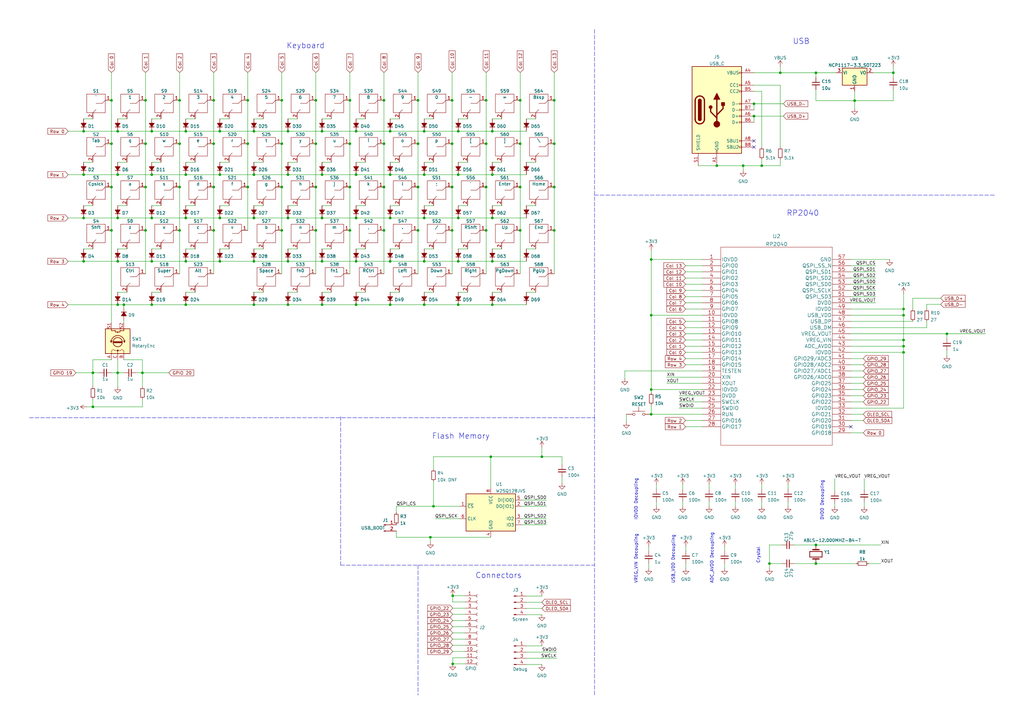
<source format=kicad_sch>
(kicad_sch (version 20211123) (generator eeschema)
  (paper "A3")
  (title_block (title "RP2040-Based Custom Keyboard") (rev "1.1") (company "Argonaut Labs"))
  (junction (at 118.11 124.968))
  (junction (at 146.05 124.968))
  (junction (at 62.23 124.968))
  (junction (at 48.26 89.408))
  (junction (at 59.69 58.928))
  (junction (at 173.99 53.848))
  (junction (at 171.45 41.148))
  (junction (at 115.57 76.708))
  (junction (at 59.69 41.148))
  (junction (at 320.04 29.845))
  (junction (at 201.93 53.848))
  (junction (at 104.14 53.848))
  (junction (at 160.02 89.408))
  (junction (at 50.8 124.968))
  (junction (at 213.36 41.148))
  (junction (at 185.42 41.148))
  (junction (at 132.08 53.848))
  (junction (at 48.26 107.188))
  (junction (at 157.48 41.148))
  (junction (at 334.645 29.845))
  (junction (at 76.2 53.848))
  (junction (at 62.23 53.848))
  (junction (at 213.36 58.928))
  (junction (at 267.081 129.286))
  (junction (at 187.96 107.188))
  (junction (at 34.29 71.628))
  (junction (at 73.66 94.488))
  (junction (at 143.51 76.708))
  (junction (at 157.48 58.928))
  (junction (at 304.8 67.945))
  (junction (at 171.45 76.708))
  (junction (at 129.54 94.488))
  (junction (at 87.63 76.708))
  (junction (at 73.66 76.708))
  (junction (at 76.2 89.408))
  (junction (at 73.66 58.928))
  (junction (at 90.17 107.188))
  (junction (at 171.45 94.488))
  (junction (at 309.245 47.625))
  (junction (at 48.26 71.628))
  (junction (at 267.081 159.766))
  (junction (at 118.11 53.848))
  (junction (at 370.586 139.446))
  (junction (at 34.29 53.848))
  (junction (at 132.08 89.408))
  (junction (at 160.02 71.628))
  (junction (at 267.081 169.926))
  (junction (at 177.8 207.645))
  (junction (at 312.42 67.945))
  (junction (at 87.63 41.148))
  (junction (at 62.23 107.188))
  (junction (at 118.11 107.188))
  (junction (at 173.99 89.408))
  (junction (at 115.57 58.928))
  (junction (at 173.99 107.188))
  (junction (at 132.08 71.628))
  (junction (at 115.57 41.148))
  (junction (at 370.586 141.986))
  (junction (at 132.08 107.188))
  (junction (at 185.42 94.488))
  (junction (at 146.05 89.408))
  (junction (at 34.29 107.188))
  (junction (at 143.51 58.928))
  (junction (at 87.63 58.928))
  (junction (at 132.08 124.968))
  (junction (at 173.99 124.968))
  (junction (at 201.295 187.325))
  (junction (at 48.26 124.968))
  (junction (at 129.54 41.148))
  (junction (at 90.17 71.628))
  (junction (at 201.93 89.408))
  (junction (at 104.14 107.188))
  (junction (at 45.72 58.928))
  (junction (at 118.11 71.628))
  (junction (at 38.1 166.878))
  (junction (at 160.02 124.968))
  (junction (at 201.93 124.968))
  (junction (at 104.14 89.408))
  (junction (at 227.33 58.928))
  (junction (at 38.1 152.908))
  (junction (at 104.14 71.628))
  (junction (at 45.72 76.708))
  (junction (at 187.96 124.968))
  (junction (at 213.36 94.488))
  (junction (at 118.11 89.408))
  (junction (at 227.33 41.148))
  (junction (at 267.081 106.426))
  (junction (at 146.05 53.848))
  (junction (at 62.23 71.628))
  (junction (at 73.66 41.148))
  (junction (at 90.17 53.848))
  (junction (at 45.72 41.148))
  (junction (at 59.69 94.488))
  (junction (at 146.05 71.628))
  (junction (at 187.96 89.408))
  (junction (at 173.99 71.628))
  (junction (at 227.33 76.708))
  (junction (at 199.39 94.488))
  (junction (at 143.51 41.148))
  (junction (at 58.42 152.908))
  (junction (at 160.02 107.188))
  (junction (at 227.33 94.488))
  (junction (at 334.645 231.14))
  (junction (at 157.48 76.708))
  (junction (at 222.25 187.325))
  (junction (at 101.6 41.148))
  (junction (at 101.6 58.928))
  (junction (at 143.51 94.488))
  (junction (at 370.586 129.286))
  (junction (at 160.02 53.848))
  (junction (at 199.39 76.708))
  (junction (at 201.93 107.188))
  (junction (at 185.42 58.928))
  (junction (at 185.674 272.288))
  (junction (at 62.23 89.408))
  (junction (at 187.96 71.628))
  (junction (at 129.54 58.928))
  (junction (at 129.54 76.708))
  (junction (at 157.48 94.488))
  (junction (at 388.366 136.906))
  (junction (at 199.39 58.928))
  (junction (at 87.63 94.488))
  (junction (at 45.72 94.488))
  (junction (at 76.2 124.968))
  (junction (at 199.39 41.148))
  (junction (at 146.05 107.188))
  (junction (at 171.45 58.928))
  (junction (at 294.005 67.945))
  (junction (at 104.14 124.968))
  (junction (at 201.93 71.628))
  (junction (at 90.17 89.408))
  (junction (at 309.245 42.545))
  (junction (at 48.26 53.848))
  (junction (at 115.57 94.488))
  (junction (at 76.2 71.628))
  (junction (at 76.2 107.188))
  (junction (at 185.674 244.348))
  (junction (at 370.586 144.526))
  (junction (at 213.36 76.708))
  (junction (at 350.52 41.275))
  (junction (at 334.645 223.52))
  (junction (at 187.96 53.848))
  (junction (at 59.69 76.708))
  (junction (at 48.26 152.908))
  (junction (at 366.395 29.845))
  (junction (at 101.6 76.708))
  (junction (at 185.42 76.708))
  (junction (at 370.586 126.746))
  (junction (at 34.29 89.408))
  (junction (at 176.53 220.345))
  (junction (at 315.595 231.14))
  (no_connect (at 348.996 175.006))
  (no_connect (at 309.245 60.325))
  (no_connect (at 309.245 57.785))
  (wire (pts (xy 348.996 169.926) (xy 354.076 169.926)))
  (wire (pts (xy 160.02 53.848) (xy 173.99 53.848)))
  (wire (pts (xy 215.9 84.328) (xy 219.71 84.328)))
  (wire (pts (xy 334.645 231.14) (xy 351.155 231.14)))
  (wire (pts (xy 173.99 124.968) (xy 187.96 124.968)))
  (wire (pts (xy 58.42 152.908) (xy 69.215 152.908)))
  (wire (pts (xy 359.156 116.586) (xy 348.996 116.586)))
  (wire (pts (xy 304.8 67.945) (xy 304.8 69.85)))
  (wire (pts (xy 87.63 41.148) (xy 87.63 58.928)))
  (wire (pts (xy 281.178 136.906) (xy 288.036 136.906)))
  (wire (pts (xy 281.305 224.155) (xy 281.305 226.06)))
  (wire (pts (xy 59.69 58.928) (xy 59.69 76.708)))
  (wire (pts (xy 38.1 166.878) (xy 58.42 166.878)))
  (wire (pts (xy 50.8 131.318) (xy 50.8 132.334)))
  (wire (pts (xy 348.996 126.746) (xy 370.586 126.746)))
  (wire (pts (xy 267.081 129.286) (xy 267.081 159.766)))
  (wire (pts (xy 76.2 119.888) (xy 80.01 119.888)))
  (wire (pts (xy 173.99 89.408) (xy 187.96 89.408)))
  (wire (pts (xy 281.178 116.586) (xy 288.036 116.586)))
  (wire (pts (xy 45.72 152.908) (xy 48.26 152.908)))
  (wire (pts (xy 160.02 66.548) (xy 163.83 66.548)))
  (wire (pts (xy 173.99 84.328) (xy 177.8 84.328)))
  (wire (pts (xy 348.996 141.986) (xy 370.586 141.986)))
  (wire (pts (xy 199.39 76.708) (xy 199.39 94.488)))
  (wire (pts (xy 323.215 205.74) (xy 323.215 207.645)))
  (wire (pts (xy 104.14 66.548) (xy 107.95 66.548)))
  (wire (pts (xy 34.29 89.408) (xy 48.26 89.408)))
  (wire (pts (xy 101.6 29.718) (xy 101.6 41.148)))
  (wire (pts (xy 359.156 111.506) (xy 348.996 111.506)))
  (wire (pts (xy 380.111 124.841) (xy 385.826 124.841)))
  (wire (pts (xy 177.8 187.325) (xy 177.8 192.405)))
  (wire (pts (xy 342.392 206.502) (xy 342.392 207.772)))
  (wire (pts (xy 215.9 247.015) (xy 222.25 247.015)))
  (wire (pts (xy 359.156 108.966) (xy 348.996 108.966)))
  (wire (pts (xy 115.57 41.148) (xy 115.57 58.928)))
  (wire (pts (xy 160.02 124.968) (xy 173.99 124.968)))
  (wire (pts (xy 348.996 129.286) (xy 370.586 129.286)))
  (wire (pts (xy 90.17 107.188) (xy 104.14 107.188)))
  (wire (pts (xy 59.69 29.718) (xy 59.69 41.148)))
  (wire (pts (xy 213.36 76.708) (xy 213.36 94.488)))
  (wire (pts (xy 59.69 41.148) (xy 59.69 58.928)))
  (wire (pts (xy 286.385 67.945) (xy 294.005 67.945)))
  (wire (pts (xy 281.178 147.066) (xy 288.036 147.066)))
  (wire (pts (xy 187.96 84.328) (xy 191.77 84.328)))
  (wire (pts (xy 146.05 53.848) (xy 160.02 53.848)))
  (wire (pts (xy 334.645 29.845) (xy 334.645 31.75)))
  (wire (pts (xy 290.83 205.74) (xy 290.83 207.645)))
  (wire (pts (xy 176.53 220.345) (xy 176.53 222.25)))
  (wire (pts (xy 129.54 29.718) (xy 129.54 41.148)))
  (wire (pts (xy 281.305 231.14) (xy 281.305 233.045)))
  (wire (pts (xy 104.14 53.848) (xy 118.11 53.848)))
  (wire (pts (xy 118.11 124.968) (xy 132.08 124.968)))
  (wire (pts (xy 45.72 41.148) (xy 45.72 58.928)))
  (wire (pts (xy 301.625 205.74) (xy 301.625 207.645)))
  (wire (pts (xy 348.996 144.526) (xy 370.586 144.526)))
  (wire (pts (xy 356.235 231.14) (xy 361.315 231.14)))
  (wire (pts (xy 177.8 207.645) (xy 188.595 207.645)))
  (wire (pts (xy 160.02 102.108) (xy 163.83 102.108)))
  (wire (pts (xy 190.754 267.208) (xy 185.674 267.208)))
  (wire (pts (xy 58.42 152.908) (xy 58.42 158.623)))
  (wire (pts (xy 146.05 119.888) (xy 149.86 119.888)))
  (wire (pts (xy 48.26 53.848) (xy 62.23 53.848)))
  (wire (pts (xy 157.48 94.488) (xy 157.48 112.268)))
  (wire (pts (xy 348.996 159.766) (xy 354.076 159.766)))
  (wire (pts (xy 87.63 94.488) (xy 87.63 112.268)))
  (wire (pts (xy 171.45 76.708) (xy 171.45 94.488)))
  (wire (pts (xy 62.23 71.628) (xy 76.2 71.628)))
  (wire (pts (xy 348.996 172.466) (xy 354.076 172.466)))
  (wire (pts (xy 34.29 84.328) (xy 38.1 84.328)))
  (polyline (pts (xy 171.45 231.775) (xy 171.45 285.115)))
  (wire (pts (xy 312.42 198.755) (xy 312.42 200.66)))
  (wire (pts (xy 76.2 102.108) (xy 80.01 102.108)))
  (wire (pts (xy 190.754 251.968) (xy 185.674 251.968)))
  (wire (pts (xy 104.14 48.768) (xy 107.95 48.768)))
  (wire (pts (xy 201.295 187.325) (xy 177.8 187.325)))
  (wire (pts (xy 325.755 231.14) (xy 334.645 231.14)))
  (wire (pts (xy 201.93 84.328) (xy 205.74 84.328)))
  (wire (pts (xy 190.754 264.668) (xy 185.674 264.668)))
  (wire (pts (xy 290.83 198.755) (xy 290.83 200.66)))
  (wire (pts (xy 267.081 129.286) (xy 288.036 129.286)))
  (wire (pts (xy 48.26 66.548) (xy 52.07 66.548)))
  (wire (pts (xy 281.178 111.506) (xy 288.036 111.506)))
  (wire (pts (xy 215.9 249.555) (xy 222.25 249.555)))
  (polyline (pts (xy 12.065 171.323) (xy 243.84 171.323)))
  (wire (pts (xy 348.996 162.306) (xy 354.076 162.306)))
  (wire (pts (xy 224.155 215.265) (xy 213.995 215.265)))
  (wire (pts (xy 215.9 244.475) (xy 222.25 244.475)))
  (wire (pts (xy 227.33 41.148) (xy 227.33 58.928)))
  (wire (pts (xy 201.93 48.768) (xy 205.74 48.768)))
  (wire (pts (xy 132.08 84.328) (xy 135.89 84.328)))
  (wire (pts (xy 62.23 107.188) (xy 76.2 107.188)))
  (wire (pts (xy 115.57 94.488) (xy 114.935 94.488)))
  (wire (pts (xy 162.56 217.805) (xy 162.56 220.345)))
  (wire (pts (xy 201.93 89.408) (xy 215.9 89.408)))
  (wire (pts (xy 48.26 84.328) (xy 52.07 84.328)))
  (wire (pts (xy 348.996 157.226) (xy 354.076 157.226)))
  (wire (pts (xy 173.99 107.188) (xy 187.96 107.188)))
  (wire (pts (xy 348.996 167.386) (xy 370.586 167.386)))
  (wire (pts (xy 256.286 152.146) (xy 256.286 155.321)))
  (wire (pts (xy 90.17 53.848) (xy 104.14 53.848)))
  (wire (pts (xy 178.435 212.725) (xy 188.595 212.725)))
  (wire (pts (xy 90.17 89.408) (xy 104.14 89.408)))
  (wire (pts (xy 118.11 89.408) (xy 132.08 89.408)))
  (wire (pts (xy 90.17 66.548) (xy 93.98 66.548)))
  (wire (pts (xy 199.39 58.928) (xy 199.39 76.708)))
  (wire (pts (xy 90.17 102.108) (xy 93.98 102.108)))
  (wire (pts (xy 281.178 175.006) (xy 288.036 175.006)))
  (wire (pts (xy 76.2 48.768) (xy 80.01 48.768)))
  (wire (pts (xy 171.45 94.488) (xy 171.45 112.268)))
  (wire (pts (xy 281.178 114.046) (xy 288.036 114.046)))
  (wire (pts (xy 273.431 154.686) (xy 288.036 154.686)))
  (wire (pts (xy 173.99 48.768) (xy 177.8 48.768)))
  (wire (pts (xy 370.586 129.286) (xy 370.586 139.446)))
  (wire (pts (xy 190.754 262.128) (xy 185.674 262.128)))
  (wire (pts (xy 320.04 60.325) (xy 320.04 34.925)))
  (wire (pts (xy 185.42 29.718) (xy 185.42 41.148)))
  (wire (pts (xy 38.1 152.908) (xy 40.64 152.908)))
  (wire (pts (xy 48.26 124.968) (xy 50.8 124.968)))
  (wire (pts (xy 132.08 107.188) (xy 146.05 107.188)))
  (wire (pts (xy 354.457 196.342) (xy 354.457 200.787)))
  (wire (pts (xy 201.93 53.848) (xy 215.9 53.848)))
  (wire (pts (xy 162.56 207.645) (xy 162.56 210.185)))
  (wire (pts (xy 48.26 152.908) (xy 48.26 158.623)))
  (wire (pts (xy 132.08 53.848) (xy 146.05 53.848)))
  (wire (pts (xy 101.6 76.708) (xy 101.6 94.488)))
  (wire (pts (xy 115.57 76.708) (xy 115.57 94.488)))
  (wire (pts (xy 173.99 66.548) (xy 177.8 66.548)))
  (wire (pts (xy 190.754 254.508) (xy 185.674 254.508)))
  (wire (pts (xy 358.14 29.845) (xy 366.395 29.845)))
  (wire (pts (xy 73.66 94.488) (xy 73.66 112.268)))
  (wire (pts (xy 27.94 107.188) (xy 34.29 107.188)))
  (wire (pts (xy 370.586 120.396) (xy 370.586 126.746)))
  (wire (pts (xy 58.42 166.878) (xy 58.42 163.703)))
  (wire (pts (xy 281.178 131.826) (xy 288.036 131.826)))
  (wire (pts (xy 323.215 198.755) (xy 323.215 200.66)))
  (wire (pts (xy 104.14 102.108) (xy 107.95 102.108)))
  (polyline (pts (xy 243.84 80.01) (xy 408.305 80.01)))
  (wire (pts (xy 157.48 29.718) (xy 157.48 41.148)))
  (wire (pts (xy 146.05 102.108) (xy 149.86 102.108)))
  (wire (pts (xy 342.392 196.342) (xy 342.392 201.422)))
  (wire (pts (xy 366.395 29.845) (xy 366.395 31.75)))
  (polyline (pts (xy 139.7 231.775) (xy 243.84 231.775)))
  (wire (pts (xy 118.11 66.548) (xy 121.92 66.548)))
  (wire (pts (xy 38.1 147.574) (xy 38.1 152.908)))
  (wire (pts (xy 281.178 134.366) (xy 288.036 134.366)))
  (wire (pts (xy 185.42 41.148) (xy 185.42 58.928)))
  (wire (pts (xy 224.155 205.105) (xy 213.995 205.105)))
  (wire (pts (xy 129.54 76.708) (xy 129.54 94.488)))
  (wire (pts (xy 132.08 124.968) (xy 146.05 124.968)))
  (wire (pts (xy 160.02 119.888) (xy 163.83 119.888)))
  (wire (pts (xy 185.42 58.928) (xy 185.42 76.708)))
  (wire (pts (xy 309.245 42.545) (xy 309.245 45.085)))
  (wire (pts (xy 309.245 37.465) (xy 312.42 37.465)))
  (wire (pts (xy 129.54 41.148) (xy 129.54 58.928)))
  (wire (pts (xy 34.29 48.768) (xy 38.1 48.768)))
  (wire (pts (xy 146.05 48.768) (xy 149.86 48.768)))
  (wire (pts (xy 315.595 223.52) (xy 315.595 231.14)))
  (wire (pts (xy 101.6 58.928) (xy 101.6 76.708)))
  (wire (pts (xy 215.9 252.095) (xy 222.25 252.095)))
  (wire (pts (xy 45.72 76.708) (xy 45.72 94.488)))
  (wire (pts (xy 48.26 102.108) (xy 52.07 102.108)))
  (wire (pts (xy 87.63 58.928) (xy 87.63 76.708)))
  (wire (pts (xy 62.23 53.848) (xy 76.2 53.848)))
  (wire (pts (xy 90.17 84.328) (xy 93.98 84.328)))
  (wire (pts (xy 146.05 89.408) (xy 160.02 89.408)))
  (wire (pts (xy 312.42 65.405) (xy 312.42 67.945)))
  (wire (pts (xy 404.241 136.906) (xy 388.366 136.906)))
  (wire (pts (xy 45.72 147.574) (xy 38.1 147.574)))
  (wire (pts (xy 267.081 106.426) (xy 288.036 106.426)))
  (wire (pts (xy 45.72 94.488) (xy 45.72 132.334)))
  (wire (pts (xy 76.2 124.968) (xy 104.14 124.968)))
  (wire (pts (xy 222.25 183.515) (xy 222.25 187.325)))
  (wire (pts (xy 281.178 144.526) (xy 288.036 144.526)))
  (wire (pts (xy 104.14 124.968) (xy 118.11 124.968)))
  (wire (pts (xy 267.081 169.926) (xy 288.036 169.926)))
  (wire (pts (xy 280.035 198.755) (xy 280.035 200.66)))
  (wire (pts (xy 171.45 41.148) (xy 171.45 58.928)))
  (wire (pts (xy 320.04 29.845) (xy 334.645 29.845)))
  (wire (pts (xy 350.52 37.465) (xy 350.52 41.275)))
  (wire (pts (xy 256.921 169.926) (xy 256.921 173.101)))
  (wire (pts (xy 50.8 124.968) (xy 50.8 126.238)))
  (wire (pts (xy 348.996 139.446) (xy 370.586 139.446)))
  (wire (pts (xy 173.99 119.888) (xy 177.8 119.888)))
  (wire (pts (xy 187.96 48.768) (xy 191.77 48.768)))
  (wire (pts (xy 132.08 102.108) (xy 135.89 102.108)))
  (wire (pts (xy 215.9 270.002) (xy 228.346 270.002)))
  (wire (pts (xy 132.08 119.888) (xy 135.89 119.888)))
  (wire (pts (xy 266.065 231.14) (xy 266.065 233.045)))
  (wire (pts (xy 222.25 187.325) (xy 201.295 187.325)))
  (wire (pts (xy 359.156 124.206) (xy 348.996 124.206)))
  (wire (pts (xy 132.08 66.548) (xy 135.89 66.548)))
  (wire (pts (xy 27.94 53.848) (xy 34.29 53.848)))
  (wire (pts (xy 348.996 131.826) (xy 374.396 131.826)))
  (wire (pts (xy 87.63 76.708) (xy 87.63 94.488)))
  (wire (pts (xy 45.72 58.928) (xy 45.72 76.708)))
  (wire (pts (xy 76.2 53.848) (xy 90.17 53.848)))
  (wire (pts (xy 190.754 246.888) (xy 185.674 246.888)))
  (wire (pts (xy 118.11 119.888) (xy 121.92 119.888)))
  (wire (pts (xy 146.05 84.328) (xy 149.86 84.328)))
  (wire (pts (xy 348.996 177.546) (xy 354.076 177.546)))
  (wire (pts (xy 201.93 66.548) (xy 205.74 66.548)))
  (wire (pts (xy 269.24 198.755) (xy 269.24 200.66)))
  (wire (pts (xy 213.36 94.488) (xy 213.36 112.268)))
  (wire (pts (xy 129.54 58.928) (xy 129.54 76.708)))
  (wire (pts (xy 269.24 205.74) (xy 269.24 207.645)))
  (wire (pts (xy 199.39 29.718) (xy 199.39 41.148)))
  (wire (pts (xy 380.111 126.746) (xy 380.111 124.841)))
  (polyline (pts (xy 139.7 170.815) (xy 139.7 231.775)))
  (wire (pts (xy 385.826 122.301) (xy 374.396 122.301)))
  (wire (pts (xy 143.51 29.718) (xy 143.51 41.148)))
  (wire (pts (xy 34.29 53.848) (xy 48.26 53.848)))
  (wire (pts (xy 280.035 205.74) (xy 280.035 207.645)))
  (wire (pts (xy 281.178 124.206) (xy 288.036 124.206)))
  (wire (pts (xy 55.88 152.908) (xy 58.42 152.908)))
  (wire (pts (xy 297.18 231.14) (xy 297.18 233.045)))
  (wire (pts (xy 281.178 149.606) (xy 288.036 149.606)))
  (wire (pts (xy 388.366 136.906) (xy 348.996 136.906)))
  (wire (pts (xy 199.39 94.488) (xy 199.39 112.268)))
  (wire (pts (xy 374.396 122.301) (xy 374.396 126.746)))
  (wire (pts (xy 215.9 267.462) (xy 228.346 267.462)))
  (wire (pts (xy 334.645 41.275) (xy 350.52 41.275)))
  (wire (pts (xy 160.02 89.408) (xy 173.99 89.408)))
  (wire (pts (xy 320.675 223.52) (xy 315.595 223.52)))
  (wire (pts (xy 48.26 119.888) (xy 52.07 119.888)))
  (wire (pts (xy 278.511 164.846) (xy 288.036 164.846)))
  (wire (pts (xy 185.674 244.348) (xy 185.674 246.888)))
  (wire (pts (xy 366.395 36.83) (xy 366.395 41.275)))
  (wire (pts (xy 73.66 41.148) (xy 73.66 58.928)))
  (wire (pts (xy 34.29 71.628) (xy 48.26 71.628)))
  (wire (pts (xy 267.081 102.616) (xy 267.081 106.426)))
  (wire (pts (xy 73.66 58.928) (xy 73.66 76.708)))
  (wire (pts (xy 160.02 71.628) (xy 173.99 71.628)))
  (wire (pts (xy 309.245 42.545) (xy 321.31 42.545)))
  (wire (pts (xy 230.505 195.58) (xy 230.505 198.12)))
  (wire (pts (xy 215.9 272.542) (xy 222.25 272.542)))
  (wire (pts (xy 27.94 89.408) (xy 34.29 89.408)))
  (wire (pts (xy 309.245 47.625) (xy 321.31 47.625)))
  (wire (pts (xy 297.18 224.155) (xy 297.18 226.06)))
  (wire (pts (xy 309.245 29.845) (xy 320.04 29.845)))
  (wire (pts (xy 224.155 212.725) (xy 213.995 212.725)))
  (wire (pts (xy 160.02 84.328) (xy 163.83 84.328)))
  (wire (pts (xy 173.99 71.628) (xy 187.96 71.628)))
  (wire (pts (xy 118.11 102.108) (xy 121.92 102.108)))
  (wire (pts (xy 62.23 48.768) (xy 66.04 48.768)))
  (wire (pts (xy 187.96 66.548) (xy 191.77 66.548)))
  (wire (pts (xy 129.54 94.488) (xy 129.54 112.268)))
  (wire (pts (xy 34.29 66.548) (xy 38.1 66.548)))
  (wire (pts (xy 267.081 166.116) (xy 267.081 169.926)))
  (wire (pts (xy 76.2 84.328) (xy 80.01 84.328)))
  (wire (pts (xy 201.93 124.968) (xy 215.9 124.968)))
  (wire (pts (xy 157.48 76.708) (xy 157.48 94.488)))
  (wire (pts (xy 62.23 89.408) (xy 76.2 89.408)))
  (wire (pts (xy 366.395 27.305) (xy 366.395 29.845)))
  (wire (pts (xy 370.586 139.446) (xy 370.586 141.986)))
  (wire (pts (xy 157.48 41.148) (xy 157.48 58.928)))
  (wire (pts (xy 309.245 47.625) (xy 309.245 50.165)))
  (wire (pts (xy 288.036 159.766) (xy 267.081 159.766)))
  (wire (pts (xy 143.51 94.488) (xy 143.51 112.268)))
  (wire (pts (xy 27.94 71.628) (xy 34.29 71.628)))
  (wire (pts (xy 348.996 134.366) (xy 380.111 134.366)))
  (wire (pts (xy 76.2 89.408) (xy 90.17 89.408)))
  (wire (pts (xy 118.11 48.768) (xy 121.92 48.768)))
  (wire (pts (xy 90.17 71.628) (xy 104.14 71.628)))
  (wire (pts (xy 115.57 112.268) (xy 115.57 94.488)))
  (wire (pts (xy 104.14 71.628) (xy 118.11 71.628)))
  (wire (pts (xy 104.14 107.188) (xy 118.11 107.188)))
  (wire (pts (xy 320.04 65.405) (xy 320.04 67.945)))
  (wire (pts (xy 31.115 152.908) (xy 38.1 152.908)))
  (wire (pts (xy 171.45 29.718) (xy 171.45 41.148)))
  (wire (pts (xy 48.26 48.768) (xy 52.07 48.768)))
  (wire (pts (xy 348.996 152.146) (xy 354.076 152.146)))
  (wire (pts (xy 50.8 147.574) (xy 58.42 147.574)))
  (wire (pts (xy 62.23 102.108) (xy 66.04 102.108)))
  (wire (pts (xy 201.295 220.345) (xy 176.53 220.345)))
  (wire (pts (xy 348.996 106.426) (xy 364.871 106.426)))
  (wire (pts (xy 215.9 264.922) (xy 222.25 264.922)))
  (wire (pts (xy 76.2 107.188) (xy 90.17 107.188)))
  (wire (pts (xy 301.625 198.755) (xy 301.625 200.66)))
  (wire (pts (xy 38.1 158.623) (xy 38.1 152.908)))
  (wire (pts (xy 267.081 159.766) (xy 267.081 161.036)))
  (wire (pts (xy 224.155 207.645) (xy 213.995 207.645)))
  (wire (pts (xy 281.178 119.126) (xy 288.036 119.126)))
  (wire (pts (xy 201.93 119.888) (xy 205.74 119.888)))
  (wire (pts (xy 62.23 66.548) (xy 66.04 66.548)))
  (wire (pts (xy 281.178 139.446) (xy 288.036 139.446)))
  (wire (pts (xy 59.69 76.708) (xy 59.69 94.488)))
  (wire (pts (xy 227.33 58.928) (xy 227.33 76.708)))
  (wire (pts (xy 185.674 244.348) (xy 190.754 244.348)))
  (wire (pts (xy 187.96 71.628) (xy 201.93 71.628)))
  (wire (pts (xy 266.065 224.155) (xy 266.065 226.06)))
  (wire (pts (xy 187.96 107.188) (xy 201.93 107.188)))
  (wire (pts (xy 388.366 143.891) (xy 388.366 145.796)))
  (wire (pts (xy 143.51 58.928) (xy 143.51 76.708)))
  (wire (pts (xy 87.63 29.718) (xy 87.63 41.148)))
  (wire (pts (xy 267.081 106.426) (xy 267.081 129.286)))
  (wire (pts (xy 370.586 144.526) (xy 370.586 141.986)))
  (wire (pts (xy 334.645 29.845) (xy 342.9 29.845)))
  (wire (pts (xy 201.93 71.628) (xy 215.9 71.628)))
  (wire (pts (xy 48.26 89.408) (xy 62.23 89.408)))
  (wire (pts (xy 35.56 166.878) (xy 38.1 166.878)))
  (wire (pts (xy 359.156 121.666) (xy 348.996 121.666)))
  (wire (pts (xy 62.23 124.968) (xy 76.2 124.968)))
  (wire (pts (xy 50.8 124.968) (xy 62.23 124.968)))
  (wire (pts (xy 348.996 164.846) (xy 354.076 164.846)))
  (wire (pts (xy 281.178 172.466) (xy 288.036 172.466)))
  (wire (pts (xy 118.11 84.328) (xy 121.92 84.328)))
  (wire (pts (xy 325.755 223.52) (xy 334.645 223.52)))
  (wire (pts (xy 294.005 67.945) (xy 304.8 67.945)))
  (wire (pts (xy 281.178 121.666) (xy 288.036 121.666)))
  (wire (pts (xy 118.11 107.188) (xy 132.08 107.188)))
  (wire (pts (xy 38.1 163.703) (xy 38.1 166.878)))
  (wire (pts (xy 320.04 67.945) (xy 312.42 67.945)))
  (wire (pts (xy 354.457 205.867) (xy 354.457 207.772)))
  (wire (pts (xy 101.6 41.148) (xy 101.6 58.928)))
  (wire (pts (xy 132.08 48.768) (xy 135.89 48.768)))
  (wire (pts (xy 281.178 126.746) (xy 288.036 126.746)))
  (wire (pts (xy 185.42 76.708) (xy 185.42 94.488)))
  (wire (pts (xy 173.99 102.108) (xy 177.8 102.108)))
  (wire (pts (xy 185.674 272.288) (xy 190.754 272.288)))
  (wire (pts (xy 171.45 58.928) (xy 171.45 76.708)))
  (wire (pts (xy 230.505 187.325) (xy 222.25 187.325)))
  (wire (pts (xy 213.36 29.718) (xy 213.36 41.148)))
  (wire (pts (xy 173.99 53.848) (xy 187.96 53.848)))
  (wire (pts (xy 118.11 71.628) (xy 132.08 71.628)))
  (wire (pts (xy 215.9 48.768) (xy 219.71 48.768)))
  (wire (pts (xy 309.245 34.925) (xy 320.04 34.925)))
  (wire (pts (xy 146.05 71.628) (xy 160.02 71.628)))
  (wire (pts (xy 215.9 66.548) (xy 219.71 66.548)))
  (wire (pts (xy 227.33 94.488) (xy 227.33 112.268)))
  (wire (pts (xy 334.645 223.52) (xy 361.315 223.52)))
  (wire (pts (xy 312.42 37.465) (xy 312.42 60.325)))
  (wire (pts (xy 278.511 162.306) (xy 288.036 162.306)))
  (wire (pts (xy 90.17 48.768) (xy 93.98 48.768)))
  (wire (pts (xy 215.9 119.888) (xy 219.71 119.888)))
  (wire (pts (xy 104.14 119.888) (xy 107.95 119.888)))
  (wire (pts (xy 281.178 108.966) (xy 288.036 108.966)))
  (wire (pts (xy 388.366 136.906) (xy 388.366 138.811)))
  (wire (pts (xy 160.02 48.768) (xy 163.83 48.768)))
  (wire (pts (xy 213.36 58.928) (xy 213.36 76.708)))
  (polyline (pts (xy 243.84 12.065) (xy 243.84 171.323)))
  (wire (pts (xy 230.505 187.325) (xy 230.505 190.5)))
  (wire (pts (xy 201.295 187.325) (xy 201.295 200.025)))
  (wire (pts (xy 281.178 141.986) (xy 288.036 141.986)))
  (wire (pts (xy 215.9 102.108) (xy 219.71 102.108)))
  (wire (pts (xy 73.66 76.708) (xy 73.66 94.488)))
  (wire (pts (xy 76.2 66.548) (xy 80.01 66.548)))
  (wire (pts (xy 348.996 154.686) (xy 354.076 154.686)))
  (wire (pts (xy 146.05 107.188) (xy 160.02 107.188)))
  (wire (pts (xy 177.8 197.485) (xy 177.8 207.645)))
  (wire (pts (xy 288.036 152.146) (xy 256.286 152.146)))
  (wire (pts (xy 185.42 94.488) (xy 185.42 112.268)))
  (wire (pts (xy 146.05 124.968) (xy 160.02 124.968)))
  (wire (pts (xy 143.51 41.148) (xy 143.51 58.928)))
  (wire (pts (xy 201.93 107.188) (xy 215.9 107.188)))
  (wire (pts (xy 62.23 119.888) (xy 66.04 119.888)))
  (wire (pts (xy 190.754 257.048) (xy 185.674 257.048)))
  (wire (pts (xy 132.08 89.408) (xy 146.05 89.408)))
  (wire (pts (xy 370.586 167.386) (xy 370.586 144.526)))
  (wire (pts (xy 143.51 76.708) (xy 143.51 94.488)))
  (wire (pts (xy 213.36 41.148) (xy 213.36 58.928)))
  (wire (pts (xy 187.96 89.408) (xy 201.93 89.408)))
  (wire (pts (xy 162.56 220.345) (xy 176.53 220.345)))
  (wire (pts (xy 187.96 124.968) (xy 201.93 124.968)))
  (wire (pts (xy 348.996 147.066) (xy 354.076 147.066)))
  (wire (pts (xy 359.156 119.126) (xy 348.996 119.126)))
  (wire (pts (xy 190.754 249.428) (xy 185.674 249.428)))
  (wire (pts (xy 45.72 29.718) (xy 45.72 41.148)))
  (wire (pts (xy 162.56 207.645) (xy 177.8 207.645)))
  (wire (pts (xy 350.52 41.275) (xy 350.52 44.45)))
  (wire (pts (xy 146.05 66.548) (xy 149.86 66.548)))
  (wire (pts (xy 132.08 71.628) (xy 146.05 71.628)))
  (wire (pts (xy 62.23 84.328) (xy 66.04 84.328)))
  (wire (pts (xy 312.42 205.74) (xy 312.42 207.645)))
  (wire (pts (xy 201.93 102.108) (xy 205.74 102.108)))
  (wire (pts (xy 304.8 67.945) (xy 312.42 67.945)))
  (wire (pts (xy 48.26 71.628) (xy 62.23 71.628)))
  (wire (pts (xy 315.595 231.14) (xy 315.595 233.045)))
  (wire (pts (xy 315.595 231.14) (xy 320.675 231.14)))
  (wire (pts (xy 115.57 58.928) (xy 115.57 76.708)))
  (wire (pts (xy 48.26 107.188) (xy 62.23 107.188)))
  (wire (pts (xy 199.39 41.148) (xy 199.39 58.928)))
  (wire (pts (xy 48.26 152.908) (xy 50.8 152.908)))
  (wire (pts (xy 187.96 119.888) (xy 191.77 119.888)))
  (wire (pts (xy 227.33 76.708) (xy 227.33 94.488)))
  (wire (pts (xy 278.511 167.386) (xy 288.036 167.386)))
  (wire (pts (xy 359.156 114.046) (xy 348.996 114.046)))
  (wire (pts (xy 334.645 36.83) (xy 334.645 41.275)))
  (wire (pts (xy 73.66 29.718) (xy 73.66 41.148)))
  (wire (pts (xy 366.395 41.275) (xy 350.52 41.275)))
  (wire (pts (xy 104.14 84.328) (xy 107.95 84.328)))
  (wire (pts (xy 380.111 131.826) (xy 380.111 134.366)))
  (wire (pts (xy 227.33 29.718) (xy 227.33 41.148)))
  (wire (pts (xy 187.96 102.108) (xy 191.77 102.108)))
  (wire (pts (xy 320.04 27.305) (xy 320.04 29.845)))
  (wire (pts (xy 34.29 107.188) (xy 48.26 107.188)))
  (wire (pts (xy 185.674 269.748) (xy 185.674 272.288)))
  (wire (pts (xy 104.14 89.408) (xy 118.11 89.408)))
  (wire (pts (xy 348.996 149.606) (xy 354.076 149.606)))
  (wire (pts (xy 160.02 107.188) (xy 173.99 107.188)))
  (wire (pts (xy 370.586 126.746) (xy 370.586 129.286)))
  (wire (pts (xy 157.48 58.928) (xy 157.48 76.708)))
  (wire (pts (xy 76.2 71.628) (xy 90.17 71.628)))
  (wire (pts (xy 34.29 102.108) (xy 38.1 102.108)))
  (wire (pts (xy 190.754 269.748) (xy 185.674 269.748)))
  (wire (pts (xy 118.11 53.848) (xy 132.08 53.848)))
  (wire (pts (xy 59.69 94.488) (xy 59.69 112.268)))
  (polyline (pts (xy 243.84 171.323) (xy 243.84 285.115)))
  (wire (pts (xy 115.57 29.718) (xy 115.57 41.148)))
  (wire (pts (xy 190.754 259.588) (xy 185.674 259.588)))
  (wire (pts (xy 273.431 157.226) (xy 288.036 157.226)))
  (wire (pts (xy 58.42 147.574) (xy 58.42 152.908)))
  (wire (pts (xy 27.94 124.968) (xy 48.26 124.968)))
  (wire (pts (xy 187.96 53.848) (xy 201.93 53.848)))
  (wire (pts (xy 48.26 147.574) (xy 48.26 152.908)))
  (text "Keyboard" (at 117.475 20.193 0) (effects (font (size 2.27 2.27)) (justify left bottom)))
  (text "Flash Memory" (at 177.165 180.34 0) (effects (font (size 2.27 2.27)) (justify left bottom)))
  (text "USB" (at 325.12 18.415 0) (effects (font (size 2.27 2.27)) (justify left bottom)))
  (text "Connectors" (at 194.945 237.49 0) (effects (font (size 2.27 2.27)) (justify left bottom)))
  (text "USB_VDD Decoupling" (at 276.86 239.395 90) (effects (font (size 1.27 1.27)) (justify left bottom)))
  (text "RP2040" (at 322.58 88.9 0) (effects (font (size 2.27 2.27)) (justify left bottom)))
  (text "ADC_AVDD Decoupling" (at 292.735 239.395 90) (effects (font (size 1.27 1.27)) (justify left bottom)))
  (text "IOVDD Decoupling" (at 261.62 213.36 90) (effects (font (size 1.27 1.27)) (justify left bottom)))
  (text "DVDD Decoupling" (at 337.947 213.487 90) (effects (font (size 1.27 1.27)) (justify left bottom)))
  (text "VREG_VIN Decoupling" (at 261.62 239.395 90) (effects (font (size 1.27 1.27)) (justify left bottom)))
  (text "Crystal" (at 311.785 231.14 90) (effects (font (size 1.27 1.27)) (justify left bottom)))
  (label "XIN" (at 273.431 154.686 0))
  (label "XOUT" (at 361.315 231.14 0))
  (label "VREG_VOUT" (at 342.392 196.342 0))
  (label "QSPI_SD3" (at 359.156 121.666 180))
  (label "SWDIO" (at 228.346 267.462 180))
  (label "QSPI_SD1" (at 359.156 111.506 180))
  (label "SWDIO" (at 278.511 167.386 0))
  (label "VREG_VOUT" (at 404.241 136.906 180))
  (label "QSPI_SD2" (at 359.156 114.046 180))
  (label "SWCLK" (at 278.511 164.846 0))
  (label "VREG_VOUT" (at 359.156 124.206 180))
  (label "SWCLK" (at 228.346 270.002 180))
  (label "QSPI_SD3" (at 224.155 215.265 180))
  (label "XOUT" (at 273.431 157.226 0))
  (label "QSPI_SCK" (at 359.156 119.126 180))
  (label "QSPI_CS" (at 162.56 207.645 0))
  (label "QSPI_SD1" (at 224.155 207.645 180))
  (label "QSPI_CS" (at 359.156 108.966 180))
  (label "QSPI_SD2" (at 224.155 212.725 180))
  (label "VREG_VOUT" (at 354.457 196.342 0))
  (label "QSPI_SD0" (at 224.155 205.105 180))
  (label "XIN" (at 361.315 223.52 0))
  (label "QSPI_SCK" (at 178.435 212.725 0))
  (label "VREG_VOUT" (at 278.511 162.306 0))
  (label "QSPI_SD0" (at 359.156 116.586 180))
  (global_label "GPIO_24" (shape input) (at 354.076 159.766 0) (property "Intersheet References" "${INTERSHEET_REFS}" (effects hide)))
  (global_label "Row 3" (shape input) (at 281.178 149.606 180) (property "Intersheet References" "${INTERSHEET_REFS}" (effects hide)))
  (global_label "GPIO_22" (shape input) (at 185.674 249.428 180) (property "Intersheet References" "${INTERSHEET_REFS}" (effects hide)))
  (global_label "GPIO_23" (shape input) (at 354.076 162.306 0) (property "Intersheet References" "${INTERSHEET_REFS}" (effects hide)))
  (global_label "Row 1" (shape input) (at 27.94 71.628 180) (property "Intersheet References" "${INTERSHEET_REFS}" (effects hide)))
  (global_label "GPIO_28" (shape input) (at 185.674 264.668 180) (property "Intersheet References" "${INTERSHEET_REFS}" (effects hide)))
  (global_label "Col 1" (shape input) (at 281.178 141.986 180) (property "Intersheet References" "${INTERSHEET_REFS}" (effects hide)))
  (global_label "Col 2" (shape input) (at 73.66 29.718 90) (property "Intersheet References" "${INTERSHEET_REFS}" (effects hide)))
  (global_label "Row 0" (shape input) (at 27.94 53.848 180) (property "Intersheet References" "${INTERSHEET_REFS}" (effects hide)))
  (global_label "Col 0" (shape input) (at 45.72 29.718 90) (property "Intersheet References" "${INTERSHEET_REFS}" (effects hide)))
  (global_label "GPIO_27" (shape input) (at 185.674 262.128 180) (property "Intersheet References" "${INTERSHEET_REFS}" (effects hide)))
  (global_label "Col 9" (shape input) (at 171.45 29.718 90) (property "Intersheet References" "${INTERSHEET_REFS}" (effects hide)))
  (global_label "OLED_SCL" (shape input) (at 222.25 247.015 0) (property "Intersheet References" "${INTERSHEET_REFS}" (effects hide)))
  (global_label "GPIO_27" (shape input) (at 354.076 152.146 0) (property "Intersheet References" "${INTERSHEET_REFS}" (effects hide)))
  (global_label "GPIO_26" (shape input) (at 185.674 259.588 180) (property "Intersheet References" "${INTERSHEET_REFS}" (effects hide)))
  (global_label "GPIO_26" (shape input) (at 354.076 154.686 0) (property "Intersheet References" "${INTERSHEET_REFS}" (effects hide)))
  (global_label "GPIO_28" (shape input) (at 354.076 149.606 0) (property "Intersheet References" "${INTERSHEET_REFS}" (effects hide)))
  (global_label "OLED_SCL" (shape input) (at 354.076 169.926 0) (property "Intersheet References" "${INTERSHEET_REFS}" (effects hide)))
  (global_label "Row 3" (shape input) (at 27.94 107.188 180) (property "Intersheet References" "${INTERSHEET_REFS}" (effects hide)))
  (global_label "Col 0" (shape input) (at 281.178 144.526 180) (property "Intersheet References" "${INTERSHEET_REFS}" (effects hide)))
  (global_label "Col 4" (shape input) (at 101.6 29.718 90) (property "Intersheet References" "${INTERSHEET_REFS}" (effects hide)))
  (global_label "Col 11" (shape input) (at 199.39 29.718 90) (property "Intersheet References" "${INTERSHEET_REFS}" (effects hide)))
  (global_label "OLED_SDA" (shape input) (at 354.076 172.466 0) (property "Intersheet References" "${INTERSHEET_REFS}" (effects hide)))
  (global_label "USB_D+" (shape input) (at 385.826 122.301 0) (property "Intersheet References" "${INTERSHEET_REFS}" (effects hide)))
  (global_label "Col 7" (shape input) (at 281.178 124.206 180) (property "Intersheet References" "${INTERSHEET_REFS}" (effects hide)))
  (global_label "Col 13" (shape input) (at 281.178 108.966 180) (property "Intersheet References" "${INTERSHEET_REFS}" (effects hide)))
  (global_label "Row 4" (shape input) (at 27.94 124.968 180) (property "Intersheet References" "${INTERSHEET_REFS}" (effects hide)))
  (global_label "Col 3" (shape input) (at 281.178 136.906 180) (property "Intersheet References" "${INTERSHEET_REFS}" (effects hide)))
  (global_label "GPIO_29" (shape input) (at 185.674 267.208 180) (property "Intersheet References" "${INTERSHEET_REFS}" (effects hide)))
  (global_label "Col 4" (shape input) (at 281.178 134.366 180) (property "Intersheet References" "${INTERSHEET_REFS}" (effects hide)))
  (global_label "Row 1" (shape input) (at 281.178 175.006 180) (property "Intersheet References" "${INTERSHEET_REFS}" (effects hide)))
  (global_label "Col 13" (shape input) (at 227.33 29.718 90) (property "Intersheet References" "${INTERSHEET_REFS}" (effects hide)))
  (global_label "Row 2" (shape input) (at 281.178 172.466 180) (property "Intersheet References" "${INTERSHEET_REFS}" (effects hide)))
  (global_label "Col 12" (shape input) (at 213.36 29.718 90) (property "Intersheet References" "${INTERSHEET_REFS}" (effects hide)))
  (global_label "Col 10" (shape input) (at 185.42 29.718 90) (property "Intersheet References" "${INTERSHEET_REFS}" (effects hide)))
  (global_label "Row 2" (shape input) (at 27.94 89.408 180) (property "Intersheet References" "${INTERSHEET_REFS}" (effects hide)))
  (global_label "Col 12" (shape input) (at 281.178 111.506 180) (property "Intersheet References" "${INTERSHEET_REFS}" (effects hide)))
  (global_label "Row 0" (shape input) (at 354.076 177.546 0) (property "Intersheet References" "${INTERSHEET_REFS}" (effects hide)))
  (global_label "GPIO 20" (shape input) (at 69.215 152.908 0) (property "Intersheet References" "${INTERSHEET_REFS}" (effects hide)))
  (global_label "Col 11" (shape input) (at 281.178 114.046 180) (property "Intersheet References" "${INTERSHEET_REFS}" (effects hide)))
  (global_label "GPIO_24" (shape input) (at 185.674 254.508 180) (property "Intersheet References" "${INTERSHEET_REFS}" (effects hide)))
  (global_label "Col 7" (shape input) (at 143.51 29.718 90) (property "Intersheet References" "${INTERSHEET_REFS}" (effects hide)))
  (global_label "USB_D-" (shape input) (at 321.31 42.545 0) (property "Intersheet References" "${INTERSHEET_REFS}" (effects hide)))
  (global_label "Col 3" (shape input) (at 87.63 29.718 90) (property "Intersheet References" "${INTERSHEET_REFS}" (effects hide)))
  (global_label "GPIO_23" (shape input) (at 185.674 251.968 180) (property "Intersheet References" "${INTERSHEET_REFS}" (effects hide)))
  (global_label "Col 2" (shape input) (at 281.178 139.446 180) (property "Intersheet References" "${INTERSHEET_REFS}" (effects hide)))
  (global_label "GPIO_25" (shape input) (at 354.076 157.226 0) (property "Intersheet References" "${INTERSHEET_REFS}" (effects hide)))
  (global_label "Col 8" (shape input) (at 281.178 121.666 180) (property "Intersheet References" "${INTERSHEET_REFS}" (effects hide)))
  (global_label "Col 9" (shape input) (at 281.178 119.126 180) (property "Intersheet References" "${INTERSHEET_REFS}" (effects hide)))
  (global_label "Col 1" (shape input) (at 59.69 29.718 90) (property "Intersheet References" "${INTERSHEET_REFS}" (effects hide)))
  (global_label "USB_D+" (shape input) (at 321.31 47.625 0) (property "Intersheet References" "${INTERSHEET_REFS}" (effects hide)))
  (global_label "GPIO_25" (shape input) (at 185.674 257.048 180) (property "Intersheet References" "${INTERSHEET_REFS}" (effects hide)))
  (global_label "Row 4" (shape input) (at 281.178 147.066 180) (property "Intersheet References" "${INTERSHEET_REFS}" (effects hide)))
  (global_label "Col 6" (shape input) (at 129.54 29.718 90) (property "Intersheet References" "${INTERSHEET_REFS}" (effects hide)))
  (global_label "GPIO_22" (shape input) (at 354.076 164.846 0) (property "Intersheet References" "${INTERSHEET_REFS}" (effects hide)))
  (global_label "Col 10" (shape input) (at 281.178 116.586 180) (property "Intersheet References" "${INTERSHEET_REFS}" (effects hide)))
  (global_label "USB_D-" (shape input) (at 385.826 124.841 0) (property "Intersheet References" "${INTERSHEET_REFS}" (effects hide)))
  (global_label "GPIO 19" (shape input) (at 31.115 152.908 180) (property "Intersheet References" "${INTERSHEET_REFS}" (effects hide)))
  (global_label "Col 5" (shape input) (at 115.57 29.718 90) (property "Intersheet References" "${INTERSHEET_REFS}" (effects hide)))
  (global_label "Col 8" (shape input) (at 157.48 29.718 90) (property "Intersheet References" "${INTERSHEET_REFS}" (effects hide)))
  (global_label "Col 5" (shape input) (at 281.178 131.826 180) (property "Intersheet References" "${INTERSHEET_REFS}" (effects hide)))
  (global_label "Col 6" (shape input) (at 281.178 126.746 180) (property "Intersheet References" "${INTERSHEET_REFS}" (effects hide)))
  (global_label "GPIO_29" (shape input) (at 354.076 147.066 0) (property "Intersheet References" "${INTERSHEET_REFS}" (effects hide)))
  (global_label "OLED_SDA" (shape input) (at 222.25 249.555 0) (property "Intersheet References" "${INTERSHEET_REFS}" (effects hide)))
  (symbol (lib_id "Device:D_Small_Filled") (at 132.08 122.428 90) (unit 1)
    (property "Reference" "D39" (at 133.858 122.907 90) (effects (justify right)))
    (property "Footprint" "Diode_SMD:D_SOD-123" (effects hide))
  )
  (symbol (lib_id "Device:D_Small_Filled") (at 90.17 51.308 90) (unit 1)
    (property "Reference" "D20" (at 91.948 51.787 90) (effects (justify right)))
    (property "Footprint" "Diode_SMD:D_SOD-123" (effects hide))
  )
  (symbol (lib_id "KeySwitch:Switch") (at 81.28 95.758 0) (unit 1)
    (property "Reference" "S17" (at 81.28 90.678 0))
    (property "Value" "c" (at 81.28 93.218 0))
    (property "Footprint" "Button_Switch_Keyboard:SW_Cherry_MX_1.00u_PCB" (effects hide))
  )
  (symbol (lib_id "Device:D_Small_Filled") (at 187.96 104.648 90) (unit 1)
    (property "Reference" "D58" (at 189.738 105.127 90) (effects (justify right)))
    (property "Footprint" "Diode_SMD:D_SOD-123" (effects hide))
  )
  (symbol (lib_id "Device:D_Small_Filled") (at 90.17 69.088 90) (unit 1)
    (property "Reference" "D21" (at 91.948 69.567 90) (effects (justify right)))
    (property "Footprint" "Diode_SMD:D_SOD-123" (effects hide))
  )
  (symbol (lib_id "power:GND") (at 388.366 145.796 0) (unit 1)
    (property "Reference" "#PWR043" (effects hide))
    (property "Value" "GND" (at 388.366 150.3585 0))
  )
  (symbol (lib_id "Device:C_Small") (at 281.305 228.6 0) (unit 1)
    (property "Reference" "C7" (at 283.6291 227.6978 0) (effects (justify left)))
    (property "Value" "100n" (at 283.6291 230.4729 0) (effects (justify left)))
    (property "Footprint" "Capacitor_SMD:C_0402_1005Metric_Pad0.74x0.62mm_HandSolder" (effects hide))
  )
  (symbol (lib_id "KeySwitch:Switch") (at 220.98 42.418 0) (unit 1)
    (property "Reference" "S64" (at 220.98 37.338 0))
    (property "Value" "Bksp" (at 220.98 39.878 0))
    (property "Footprint" "Button_Switch_Keyboard:SW_Cherry_MX_2.00u_PCB" (effects hide))
  )
  (symbol (lib_id "Device:D_Small_Filled") (at 201.93 104.648 90) (unit 1)
    (property "Reference" "D63" (at 203.708 105.127 90) (effects (justify right)))
    (property "Footprint" "Diode_SMD:D_SOD-123" (effects hide))
  )
  (symbol (lib_id "Device:D_Small_Filled") (at 132.08 69.088 90) (unit 1)
    (property "Reference" "D36" (at 133.858 69.567 90) (effects (justify right)))
    (property "Footprint" "Diode_SMD:D_SOD-123" (effects hide))
  )
  (symbol (lib_id "Device:D_Small_Filled") (at 201.93 86.868 90) (unit 1)
    (property "Reference" "D62" (at 203.708 87.347 90) (effects (justify right)))
    (property "Footprint" "Diode_SMD:D_SOD-123" (effects hide))
  )
  (symbol (lib_id "power:GND") (at 290.83 207.645 0) (unit 1)
    (property "Reference" "#PWR025" (effects hide))
    (property "Value" "GND" (at 290.83 212.2075 0))
  )
  (symbol (lib_id "KeySwitch:Switch") (at 81.28 113.538 0) (unit 1)
    (property "Reference" "S23" (at 81.28 108.458 0))
    (property "Value" "Alt" (at 81.28 110.998 0))
    (property "Footprint" "Button_Switch_Keyboard:SW_Cherry_MX_1.25u_PCB" (effects hide))
  )
  (symbol (lib_id "KeySwitch:Switch") (at 220.98 95.758 0) (unit 1)
    (property "Reference" "S67" (at 220.98 90.678 0))
    (property "Value" "End" (at 220.98 93.218 0))
    (property "Footprint" "Button_Switch_Keyboard:SW_Cherry_MX_1.00u_PCB" (effects hide))
  )
  (symbol (lib_id "Device:D_Small_Filled") (at 160.02 51.308 90) (unit 1)
    (property "Reference" "D45" (at 161.798 51.787 90) (effects (justify right)))
    (property "Footprint" "Diode_SMD:D_SOD-123" (effects hide))
  )
  (symbol (lib_id "Device:D_Small_Filled") (at 132.08 104.648 90) (unit 1)
    (property "Reference" "D38" (at 133.858 105.127 90) (effects (justify right)))
    (property "Footprint" "Diode_SMD:D_SOD-123" (effects hide))
  )
  (symbol (lib_id "Device:D_Small_Filled") (at 34.29 86.868 90) (unit 1)
    (property "Reference" "D3" (at 36.068 87.347 90) (effects (justify right)))
    (property "Footprint" "Diode_SMD:D_SOD-123" (effects hide))
  )
  (symbol (lib_id "Memory_Flash:W25Q128JVS") (at 201.295 210.185 0) (unit 1)
    (property "Reference" "U1" (at 203.3144 198.5985 0) (effects (justify left)))
    (property "Value" "W25Q128JVS" (at 203.3144 201.3736 0) (effects (justify left)))
    (property "Footprint" "Package_SO:SOIC-8_5.23x5.23mm_P1.27mm" (effects hide))
    (property "Datasheet" "http://www.winbond.com/resource-files/w25q128jv_dtr%20revc%2003272018%20plus.pdf" (effects hide))
  )
  (symbol (lib_id "Device:D_Small_Filled") (at 187.96 51.308 90) (unit 1)
    (property "Reference" "D55" (at 189.738 51.787 90) (effects (justify right)))
    (property "Footprint" "Diode_SMD:D_SOD-123" (effects hide))
  )
  (symbol (lib_id "power:+3.3V") (at 323.215 198.755 0) (unit 1)
    (property "Reference" "#PWR035" (effects hide))
    (property "Value" "+3.3V" (at 323.215 195.1505 0))
  )
  (symbol (lib_id "KeySwitch:Switch") (at 67.31 77.978 0) (unit 1)
    (property "Reference" "S11" (at 67.31 72.898 0))
    (property "Value" "s" (at 67.31 75.438 0))
    (property "Footprint" "Button_Switch_Keyboard:SW_Cherry_MX_1.00u_PCB" (effects hide))
  )
  (symbol (lib_id "KeySwitch:Switch") (at 39.37 42.418 0) (unit 1)
    (property "Reference" "S1" (at 39.37 37.338 0))
    (property "Value" "`" (at 39.37 39.878 0))
    (property "Footprint" "Button_Switch_Keyboard:SW_Cherry_MX_1.00u_PCB" (effects hide))
  )
  (symbol (lib_id "Device:C_Small") (at 297.18 228.6 0) (unit 1)
    (property "Reference" "C9" (at 299.5041 227.6978 0) (effects (justify left)))
    (property "Value" "100n" (at 299.5041 230.4729 0) (effects (justify left)))
    (property "Footprint" "Capacitor_SMD:C_0402_1005Metric_Pad0.74x0.62mm_HandSolder" (effects hide))
  )
  (symbol (lib_id "KeySwitch:Switch") (at 165.1 60.198 0) (unit 1)
    (property "Reference" "S45" (at 165.1 55.118 0))
    (property "Value" "o" (at 165.1 57.658 0))
    (property "Footprint" "Button_Switch_Keyboard:SW_Cherry_MX_1.00u_PCB" (effects hide))
  )
  (symbol (lib_id "Switch:SW_Push") (at 262.001 169.926 0) (unit 1)
    (property "Reference" "SW2" (at 262.001 163.0385 0))
    (property "Value" "RESET" (at 262.001 165.8136 0))
    (property "Footprint" "Button_Switch_THT:SW_PUSH_6mm_H4.3mm" (effects hide))
  )
  (symbol (lib_id "power:+3.3V") (at 281.305 224.155 0) (unit 1)
    (property "Reference" "#PWR021" (effects hide))
    (property "Value" "+3.3V" (at 281.305 220.5505 0))
  )
  (symbol (lib_id "power:GND") (at 185.674 272.288 0) (unit 1)
    (property "Reference" "#PWR05" (effects hide))
    (property "Value" "GND" (at 185.674 276.8505 0))
  )
  (symbol (lib_id "KeySwitch:Switch") (at 53.34 95.758 0) (unit 1)
    (property "Reference" "S8" (at 53.34 90.678 0))
    (property "Value" "z" (at 53.34 93.218 0))
    (property "Footprint" "Button_Switch_Keyboard:SW_Cherry_MX_1.00u_PCB" (effects hide))
  )
  (symbol (lib_id "Device:D_Small_Filled") (at 146.05 104.648 90) (unit 1)
    (property "Reference" "D43" (at 147.828 105.127 90) (effects (justify right)))
    (property "Footprint" "Diode_SMD:D_SOD-123" (effects hide))
  )
  (symbol (lib_id "Device:C_Small") (at 366.395 34.29 0) (unit 1)
    (property "Reference" "C18" (at 368.7191 33.3878 0) (effects (justify left)))
    (property "Value" "10u" (at 368.7191 36.1629 0) (effects (justify left)))
    (property "Footprint" "Capacitor_SMD:C_0805_2012Metric_Pad1.18x1.45mm_HandSolder" (effects hide))
  )
  (symbol (lib_id "power:+3.3V") (at 269.24 198.755 0) (unit 1)
    (property "Reference" "#PWR017" (effects hide))
    (property "Value" "+3.3V" (at 269.24 195.1505 0))
  )
  (symbol (lib_id "Device:D_Small_Filled") (at 173.99 69.088 90) (unit 1)
    (property "Reference" "D51" (at 175.768 69.567 90) (effects (justify right)))
    (property "Footprint" "Diode_SMD:D_SOD-123" (effects hide))
  )
  (symbol (lib_id "Device:C_Small") (at 53.34 152.908 90) (unit 1)
    (property "Reference" "C2" (at 53.34 149.733 90))
    (property "Value" "1u" (at 53.34 155.448 90))
    (property "Footprint" "Capacitor_SMD:C_0402_1005Metric_Pad0.74x0.62mm_HandSolder" (effects hide))
  )
  (symbol (lib_id "KeySwitch:Switch") (at 95.25 77.978 0) (unit 1)
    (property "Reference" "S21" (at 95.25 72.898 0))
    (property "Value" "f" (at 95.25 75.438 0))
    (property "Footprint" "Button_Switch_Keyboard:SW_Cherry_MX_1.00u_PCB" (effects hide))
  )
  (symbol (lib_id "KeySwitch:Switch") (at 151.13 113.538 0) (unit 1)
    (property "Reference" "S43" (at 151.13 108.458 0))
    (property "Value" "RCtrl" (at 151.13 110.998 0))
    (property "Footprint" "Button_Switch_Keyboard:SW_Cherry_MX_1.00u_PCB" (effects hide))
  )
  (symbol (lib_id "power:GND") (at 256.921 173.101 0) (unit 1)
    (property "Reference" "#PWR013" (effects hide))
    (property "Value" "GND" (at 256.921 177.6635 0))
  )
  (symbol (lib_id "Device:D_Small_Filled") (at 90.17 104.648 90) (unit 1)
    (property "Reference" "D23" (at 91.948 105.127 90) (effects (justify right)))
    (property "Footprint" "Diode_SMD:D_SOD-123" (effects hide))
  )
  (symbol (lib_id "Device:D_Small_Filled") (at 201.93 122.428 90) (unit 1)
    (property "Reference" "D64" (at 203.708 122.907 90) (effects (justify right)))
    (property "Footprint" "Diode_SMD:D_SOD-123" (effects hide))
  )
  (symbol (lib_id "Device:D_Small_Filled") (at 146.05 69.088 90) (unit 1)
    (property "Reference" "D41" (at 147.828 69.567 90) (effects (justify right)))
    (property "Footprint" "Diode_SMD:D_SOD-123" (effects hide))
  )
  (symbol (lib_id "KeySwitch:Switch") (at 207.01 60.198 0) (unit 1)
    (property "Reference" "S60" (at 207.01 55.118 0))
    (property "Value" "]" (at 207.01 57.658 0))
    (property "Footprint" "Button_Switch_Keyboard:SW_Cherry_MX_1.00u_PCB" (effects hide))
  )
  (symbol (lib_id "Device:D_Small_Filled") (at 132.08 51.308 90) (unit 1)
    (property "Reference" "D35" (at 133.858 51.787 90) (effects (justify right)))
    (property "Footprint" "Diode_SMD:D_SOD-123" (effects hide))
  )
  (symbol (lib_id "power:GND") (at 315.595 233.045 0) (unit 1)
    (property "Reference" "#PWR033" (effects hide))
    (property "Value" "GND" (at 315.595 237.6075 0))
  )
  (symbol (lib_id "Device:C_Small") (at 342.392 203.962 0) (unit 1)
    (property "Reference" "C16" (at 344.7161 202.4248 0) (effects (justify left)))
    (property "Value" "100n" (at 344.7161 205.1999 0) (effects (justify left)))
    (property "Footprint" "Capacitor_SMD:C_0402_1005Metric_Pad0.74x0.62mm_HandSolder" (effects hide))
  )
  (symbol (lib_id "KeySwitch:Switch") (at 123.19 95.758 0) (unit 1)
    (property "Reference" "S32" (at 123.19 90.678 0))
    (property "Value" "n" (at 123.19 93.218 0))
    (property "Footprint" "Button_Switch_Keyboard:SW_Cherry_MX_1.00u_PCB" (effects hide))
  )
  (symbol (lib_id "KeySwitch:Switch") (at 109.22 95.758 0) (unit 1)
    (property "Reference" "S27" (at 109.22 90.678 0))
    (property "Value" "b" (at 109.22 93.218 0))
    (property "Footprint" "Button_Switch_Keyboard:SW_Cherry_MX_1.00u_PCB" (effects hide))
  )
  (symbol (lib_id "Device:D_Small_Filled") (at 160.02 104.648 90) (unit 1)
    (property "Reference" "D48" (at 161.798 105.127 90) (effects (justify right)))
    (property "Footprint" "Diode_SMD:D_SOD-123" (effects hide))
  )
  (symbol (lib_id "power:GND") (at 297.18 233.045 0) (unit 1)
    (property "Reference" "#PWR027" (effects hide))
    (property "Value" "GND" (at 297.18 237.6075 0))
  )
  (symbol (lib_id "Device:D_Small_Filled") (at 34.29 51.308 90) (unit 1)
    (property "Reference" "D1" (at 36.068 51.787 90) (effects (justify right)))
    (property "Footprint" "Diode_SMD:D_SOD-123" (effects hide))
  )
  (symbol (lib_id "power:+3.3V") (at 266.065 224.155 0) (unit 1)
    (property "Reference" "#PWR015" (effects hide))
    (property "Value" "+3.3V" (at 266.065 220.5505 0))
  )
  (symbol (lib_id "KeySwitch:Switch") (at 207.01 113.538 0) (unit 1)
    (property "Reference" "S63" (at 207.01 108.458 0))
    (property "Value" "PgDown" (at 207.01 110.998 0))
    (property "Footprint" "Button_Switch_Keyboard:SW_Cherry_MX_1.00u_PCB" (effects hide))
  )
  (symbol (lib_id "KeySwitch:Switch") (at 39.37 95.758 0) (unit 1)
    (property "Reference" "S4" (at 39.37 90.678 0))
    (property "Value" "Shft" (at 39.37 93.218 0))
    (property "Footprint" "Button_Switch_Keyboard:SW_Cherry_MX_2.25u_PCB" (effects hide))
  )
  (symbol (lib_id "Device:D_Small_Filled") (at 160.02 86.868 90) (unit 1)
    (property "Reference" "D47" (at 161.798 87.347 90) (effects (justify right)))
    (property "Footprint" "Diode_SMD:D_SOD-123" (effects hide))
  )
  (symbol (lib_id "Device:D_Small_Filled") (at 118.11 86.868 90) (unit 1)
    (property "Reference" "D32" (at 119.888 87.347 90) (effects (justify right)))
    (property "Footprint" "Diode_SMD:D_SOD-123" (effects hide))
  )
  (symbol (lib_id "KeySwitch:Switch") (at 179.07 77.978 0) (unit 1)
    (property "Reference" "S51" (at 179.07 72.898 0))
    (property "Value" ";" (at 179.07 75.438 0))
    (property "Footprint" "Button_Switch_Keyboard:SW_Cherry_MX_1.00u_PCB" (effects hide))
  )
  (symbol (lib_id "KeySwitch:Switch") (at 109.22 60.198 0) (unit 1)
    (property "Reference" "S25" (at 109.22 55.118 0))
    (property "Value" "t" (at 109.22 57.658 0))
    (property "Footprint" "Button_Switch_Keyboard:SW_Cherry_MX_1.00u_PCB" (effects hide))
  )
  (symbol (lib_id "Device:D_Small_Filled") (at 104.14 104.648 90) (unit 1)
    (property "Reference" "D28" (at 105.918 105.127 90) (effects (justify right)))
    (property "Footprint" "Diode_SMD:D_SOD-123" (effects hide))
  )
  (symbol (lib_id "power:+3.3V") (at 35.56 166.878 90) (unit 1)
    (property "Reference" "#PWR01" (effects hide))
    (property "Value" "+3.3V" (at 32.385 167.357 90) (effects (justify left)))
  )
  (symbol (lib_id "KeySwitch:Switch") (at 123.19 42.418 0) (unit 1)
    (property "Reference" "S29" (at 123.19 37.338 0))
    (property "Value" "6" (at 123.19 39.878 0))
    (property "Footprint" "Button_Switch_Keyboard:SW_Cherry_MX_1.00u_PCB" (effects hide))
  )
  (symbol (lib_id "KeySwitch:Switch") (at 193.04 95.758 0) (unit 1)
    (property "Reference" "S57" (at 193.04 90.678 0))
    (property "Value" "RShft" (at 193.04 93.218 0))
    (property "Footprint" "Button_Switch_Keyboard:SW_Cherry_MX_1.75u_PCB" (effects hide))
  )
  (symbol (lib_id "Device:D_Small_Filled") (at 118.11 122.428 90) (unit 1)
    (property "Reference" "D34" (at 119.888 122.907 90) (effects (justify right)))
    (property "Footprint" "Diode_SMD:D_SOD-123" (effects hide))
  )
  (symbol (lib_id "KeySwitch:Switch") (at 137.16 42.418 0) (unit 1)
    (property "Reference" "S34" (at 137.16 37.338 0))
    (property "Value" "7" (at 137.16 39.878 0))
    (property "Footprint" "Button_Switch_Keyboard:SW_Cherry_MX_1.00u_PCB" (effects hide))
  )
  (symbol (lib_id "KeySwitch:Switch") (at 95.25 60.198 0) (unit 1)
    (property "Reference" "S20" (at 95.25 55.118 0))
    (property "Value" "r" (at 95.25 57.658 0))
    (property "Footprint" "Button_Switch_Keyboard:SW_Cherry_MX_1.00u_PCB" (effects hide))
  )
  (symbol (lib_id "power:+3.3V") (at 366.395 27.305 0) (unit 1)
    (property "Reference" "#PWR041" (effects hide))
    (property "Value" "+3.3V" (at 366.395 23.7005 0))
  )
  (symbol (lib_id "Device:D_Small_Filled") (at 215.9 104.648 90) (unit 1)
    (property "Reference" "D68" (at 217.678 105.127 90) (effects (justify right)))
    (property "Footprint" "Diode_SMD:D_SOD-123" (effects hide))
  )
  (symbol (lib_id "KeySwitch:Switch") (at 53.34 42.418 0) (unit 1)
    (property "Reference" "S5" (at 53.34 37.338 0))
    (property "Value" "1" (at 53.34 39.878 0))
    (property "Footprint" "Button_Switch_Keyboard:SW_Cherry_MX_1.00u_PCB" (effects hide))
  )
  (symbol (lib_id "power:GND") (at 269.24 207.645 0) (unit 1)
    (property "Reference" "#PWR018" (effects hide))
    (property "Value" "GND" (at 269.24 212.2075 0))
  )
  (symbol (lib_id "KeySwitch:Switch") (at 67.31 42.418 0) (unit 1)
    (property "Reference" "S9" (at 67.31 37.338 0))
    (property "Value" "2" (at 67.31 39.878 0))
    (property "Footprint" "Button_Switch_Keyboard:SW_Cherry_MX_1.00u_PCB" (effects hide))
  )
  (symbol (lib_id "Connector:Conn_01x04_Male") (at 210.82 267.462 0) (unit 1)
    (property "Reference" "J4" (at 211.455 262.382 0))
    (property "Value" "Debug" (at 213.36 274.447 0))
    (property "Footprint" "Connector_PinHeader_2.54mm:PinHeader_1x04_P2.54mm_Horizontal" (effects hide))
  )
  (symbol (lib_id "Device:D_Small_Filled") (at 187.96 122.428 90) (unit 1)
    (property "Reference" "D59" (at 189.738 122.907 90) (effects (justify right)))
    (property "Footprint" "Diode_SMD:D_SOD-123" (effects hide))
  )
  (symbol (lib_id "KeySwitch:Switch") (at 123.19 113.538 0) (unit 1)
    (property "Reference" "S33" (at 123.19 108.458 0))
    (property "Value" "fn0" (at 123.19 110.998 0))
    (property "Footprint" "Button_Switch_Keyboard:SW_Cherry_MX_1.00u_PCB" (effects hide))
  )
  (symbol (lib_id "KeySwitch:Switch") (at 151.13 95.758 0) (unit 1)
    (property "Reference" "S42" (at 151.13 90.678 0))
    (property "Value" "," (at 151.13 93.218 0))
    (property "Footprint" "Button_Switch_Keyboard:SW_Cherry_MX_1.00u_PCB" (effects hide))
  )
  (symbol (lib_id "Device:D_Small_Filled") (at 118.11 51.308 90) (unit 1)
    (property "Reference" "D30" (at 119.888 51.787 90) (effects (justify right)))
    (property "Footprint" "Diode_SMD:D_SOD-123" (effects hide))
  )
  (symbol (lib_id "power:GND") (at 350.52 44.45 0) (unit 1)
    (property "Reference" "#PWR038" (effects hide))
    (property "Value" "GND" (at 350.52 49.0125 0))
  )
  (symbol (lib_id "KeySwitch:Switch") (at 109.22 42.418 0) (unit 1)
    (property "Reference" "S24" (at 109.22 37.338 0))
    (property "Value" "5" (at 109.22 39.878 0))
    (property "Footprint" "Button_Switch_Keyboard:SW_Cherry_MX_1.00u_PCB" (effects hide))
  )
  (symbol (lib_id "KeySwitch:Switch") (at 207.01 42.418 0) (unit 1)
    (property "Reference" "S59" (at 207.01 37.338 0))
    (property "Value" "=" (at 207.01 39.878 0))
    (property "Footprint" "Button_Switch_Keyboard:SW_Cherry_MX_1.00u_PCB" (effects hide))
  )
  (symbol (lib_id "Regulator_Linear:NCP1117-3.3_SOT223") (at 350.52 29.845 0) (unit 1)
    (property "Reference" "U3" (at 350.52 23.9735 0))
    (property "Value" "NCP1117-3.3_SOT223" (at 350.52 26.7486 0))
    (property "Footprint" "Package_TO_SOT_SMD:SOT-223-3_TabPin2" (effects hide))
    (property "Datasheet" "http://www.onsemi.com/pub_link/Collateral/NCP1117-D.PDF" (effects hide))
  )
  (symbol (lib_id "KeySwitch:Switch") (at 179.07 60.198 0) (unit 1)
    (property "Reference" "S50" (at 179.07 55.118 0))
    (property "Value" "p" (at 179.07 57.658 0))
    (property "Footprint" "Button_Switch_Keyboard:SW_Cherry_MX_1.00u_PCB" (effects hide))
  )
  (symbol (lib_id "Device:R_Small") (at 267.081 163.576 0) (unit 1)
    (property "Reference" "R5" (at 268.5796 162.6675 0) (effects (justify left)))
    (property "Value" "10k" (at 268.5796 165.4426 0) (effects (justify left)))
    (property "Footprint" "Resistor_SMD:R_0402_1005Metric_Pad0.72x0.64mm_HandSolder" (effects hide))
  )
  (symbol (lib_id "KeySwitch:Switch") (at 137.16 60.198 0) (unit 1)
    (property "Reference" "S35" (at 137.16 55.118 0))
    (property "Value" "u" (at 137.16 57.658 0))
    (property "Footprint" "Button_Switch_Keyboard:SW_Cherry_MX_1.00u_PCB" (effects hide))
  )
  (symbol (lib_id "KeySwitch:Switch") (at 193.04 60.198 0) (unit 1)
    (property "Reference" "S55" (at 193.04 55.118 0))
    (property "Value" "[" (at 193.04 57.658 0))
    (property "Footprint" "Button_Switch_Keyboard:SW_Cherry_MX_1.00u_PCB" (effects hide))
  )
  (symbol (lib_id "KeySwitch:Switch") (at 179.07 42.418 0) (unit 1)
    (property "Reference" "S49" (at 179.07 37.338 0))
    (property "Value" "0" (at 179.07 39.878 0))
    (property "Footprint" "Button_Switch_Keyboard:SW_Cherry_MX_1.00u_PCB" (effects hide))
  )
  (symbol (lib_id "power:GND") (at 222.25 252.095 0) (unit 1)
    (property "Reference" "#PWR08" (effects hide))
    (property "Value" "GND" (at 222.25 256.6575 0))
  )
  (symbol (lib_id "Device:D_Small_Filled") (at 187.96 69.088 90) (unit 1)
    (property "Reference" "D56" (at 189.738 69.567 90) (effects (justify right)))
    (property "Footprint" "Diode_SMD:D_SOD-123" (effects hide))
  )
  (symbol (lib_id "power:GND") (at 256.286 155.321 0) (unit 1)
    (property "Reference" "#PWR012" (effects hide))
    (property "Value" "GND" (at 256.286 159.8835 0))
  )
  (symbol (lib_id "KeySwitch:Switch") (at 165.1 95.758 0) (unit 1)
    (property "Reference" "S47" (at 165.1 90.678 0))
    (property "Value" "." (at 165.1 93.218 0))
    (property "Footprint" "Button_Switch_Keyboard:SW_Cherry_MX_1.00u_PCB" (effects hide))
  )
  (symbol (lib_id "Device:D_Small_Filled") (at 104.14 69.088 90) (unit 1)
    (property "Reference" "D26" (at 105.918 69.567 90) (effects (justify right)))
    (property "Footprint" "Diode_SMD:D_SOD-123" (effects hide))
  )
  (symbol (lib_id "power:GND") (at 222.25 272.542 0) (unit 1)
    (property "Reference" "#PWR010" (effects hide))
    (property "Value" "GND" (at 222.25 277.1045 0))
  )
  (symbol (lib_id "KeySwitch:Switch") (at 95.25 95.758 0) (unit 1)
    (property "Reference" "S22" (at 95.25 90.678 0))
    (property "Value" "v" (at 95.25 93.218 0))
    (property "Footprint" "Button_Switch_Keyboard:SW_Cherry_MX_1.00u_PCB" (effects hide))
  )
  (symbol (lib_id "KeySwitch:Switch") (at 137.16 113.538 0) (unit 1)
    (property "Reference" "S38" (at 137.16 108.458 0))
    (property "Value" "fn1" (at 137.16 110.998 0))
    (property "Footprint" "Button_Switch_Keyboard:SW_Cherry_MX_1.00u_PCB" (effects hide))
  )
  (symbol (lib_id "Device:D_Small_Filled") (at 62.23 122.428 90) (unit 1)
    (property "Reference" "D19" (at 64.008 122.907 90) (effects (justify right)))
    (property "Footprint" "Diode_SMD:D_SOD-123" (effects hide))
  )
  (symbol (lib_id "KeySwitch:Switch") (at 220.98 77.978 0) (unit 1)
    (property "Reference" "S66" (at 220.98 72.898 0))
    (property "Value" "Home" (at 220.98 75.438 0))
    (property "Footprint" "Button_Switch_Keyboard:SW_Cherry_MX_1.00u_PCB" (effects hide))
  )
  (symbol (lib_id "Device:D_Small_Filled") (at 104.14 122.428 90) (unit 1)
    (property "Reference" "D29" (at 105.918 122.907 90) (effects (justify right)))
    (property "Footprint" "Diode_SMD:D_SOD-123" (effects hide))
  )
  (symbol (lib_id "Connector:Conn_01x12_Female") (at 195.834 257.048 0) (unit 1)
    (property "Reference" "J2" (at 196.5452 257.4095 0) (effects (justify left)))
    (property "Value" "GPIO" (at 190.754 274.193 0) (effects (justify left)))
    (property "Footprint" "Connector_PinSocket_2.54mm:PinSocket_1x12_P2.54mm_Horizontal" (effects hide))
  )
  (symbol (lib_id "power:+3.3V") (at 185.674 244.348 0) (unit 1)
    (property "Reference" "#PWR04" (effects hide))
    (property "Value" "+3.3V" (at 185.674 240.7435 0))
  )
  (symbol (lib_id "Device:C_Small") (at 43.18 152.908 90) (unit 1)
    (property "Reference" "C1" (at 43.18 149.733 90))
    (property "Value" "1u" (at 43.18 155.448 90))
    (property "Footprint" "Capacitor_SMD:C_0402_1005Metric_Pad0.74x0.62mm_HandSolder" (effects hide))
  )
  (symbol (lib_id "KeySwitch:Switch") (at 151.13 60.198 0) (unit 1)
    (property "Reference" "S40" (at 151.13 55.118 0))
    (property "Value" "i" (at 151.13 57.658 0))
    (property "Footprint" "Button_Switch_Keyboard:SW_Cherry_MX_1.00u_PCB" (effects hide))
  )
  (symbol (lib_id "KeySwitch:Switch") (at 53.34 77.978 0) (unit 1)
    (property "Reference" "S7" (at 53.34 72.898 0))
    (property "Value" "a" (at 53.34 75.438 0))
    (property "Footprint" "Button_Switch_Keyboard:SW_Cherry_MX_1.00u_PCB" (effects hide))
  )
  (symbol (lib_id "Device:C_Small") (at 280.035 203.2 0) (unit 1)
    (property "Reference" "C6" (at 282.3591 202.2978 0) (effects (justify left)))
    (property "Value" "100n" (at 282.3591 205.0729 0) (effects (justify left)))
    (property "Footprint" "Capacitor_SMD:C_0402_1005Metric_Pad0.74x0.62mm_HandSolder" (effects hide))
  )
  (symbol (lib_id "power:GND") (at 304.8 69.85 0) (unit 1)
    (property "Reference" "#PWR030" (effects hide))
    (property "Value" "GND" (at 304.8 74.4125 0))
  )
  (symbol (lib_id "power:GND") (at 48.26 158.623 0) (unit 1)
    (property "Reference" "#PWR02" (effects hide))
    (property "Value" "GND" (at 48.26 163.1855 0))
  )
  (symbol (lib_id "KeySwitch:Switch") (at 165.1 113.538 0) (unit 1)
    (property "Reference" "S48" (at 165.1 108.458 0))
    (property "Value" "Left" (at 165.1 110.998 0))
    (property "Footprint" "Button_Switch_Keyboard:SW_Cherry_MX_1.00u_PCB" (effects hide))
  )
  (symbol (lib_id "power:+3.3V") (at 280.035 198.755 0) (unit 1)
    (property "Reference" "#PWR019" (effects hide))
    (property "Value" "+3.3V" (at 280.035 195.1505 0))
  )
  (symbol (lib_id "Device:C_Small") (at 312.42 203.2 0) (unit 1)
    (property "Reference" "C11" (at 314.7441 202.2978 0) (effects (justify left)))
    (property "Value" "100n" (at 314.7441 205.0729 0) (effects (justify left)))
    (property "Footprint" "Capacitor_SMD:C_0402_1005Metric_Pad0.74x0.62mm_HandSolder" (effects hide))
  )
  (symbol (lib_id "power:+3.3V") (at 290.83 198.755 0) (unit 1)
    (property "Reference" "#PWR024" (effects hide))
    (property "Value" "+3.3V" (at 290.83 195.1505 0))
  )
  (symbol (lib_id "Device:D_Small_Filled") (at 48.26 51.308 90) (unit 1)
    (property "Reference" "D5" (at 50.038 51.787 90) (effects (justify right)))
    (property "Footprint" "Diode_SMD:D_SOD-123" (effects hide))
  )
  (symbol (lib_id "Device:D_Small_Filled") (at 215.9 122.428 90) (unit 1)
    (property "Reference" "D69" (at 217.678 122.907 90) (effects (justify right)))
    (property "Footprint" "Diode_SMD:D_SOD-123" (effects hide))
  )
  (symbol (lib_id "Device:D_Small_Filled") (at 48.26 86.868 90) (unit 1)
    (property "Reference" "D7" (at 50.038 87.347 90) (effects (justify right)))
    (property "Footprint" "Diode_SMD:D_SOD-123" (effects hide))
  )
  (symbol (lib_id "Device:C_Small") (at 323.215 231.14 90) (unit 1)
    (property "Reference" "C14" (at 322.58 234.95 0))
    (property "Value" "27p" (at 324.485 234.95 0))
    (property "Footprint" "Capacitor_SMD:C_0402_1005Metric_Pad0.74x0.62mm_HandSolder" (effects hide))
  )
  (symbol (lib_id "Device:C_Small") (at 266.065 228.6 0) (unit 1)
    (property "Reference" "C4" (at 268.3891 227.6978 0) (effects (justify left)))
    (property "Value" "1u" (at 268.3891 230.4729 0) (effects (justify left)))
    (property "Footprint" "Capacitor_SMD:C_0402_1005Metric_Pad0.74x0.62mm_HandSolder" (effects hide))
  )
  (symbol (lib_id "power:GND") (at 281.305 233.045 0) (unit 1)
    (property "Reference" "#PWR022" (effects hide))
    (property "Value" "GND" (at 281.305 237.6075 0))
  )
  (symbol (lib_id "power:GND") (at 323.215 207.645 0) (unit 1)
    (property "Reference" "#PWR036" (effects hide))
    (property "Value" "GND" (at 323.215 212.2075 0))
  )
  (symbol (lib_id "KeySwitch:Switch") (at 123.19 77.978 0) (unit 1)
    (property "Reference" "S31" (at 123.19 72.898 0))
    (property "Value" "h" (at 123.19 75.438 0))
    (property "Footprint" "Button_Switch_Keyboard:SW_Cherry_MX_1.00u_PCB" (effects hide))
  )
  (symbol (lib_id "KeySwitch:Switch") (at 137.16 95.758 0) (unit 1)
    (property "Reference" "S37" (at 137.16 90.678 0))
    (property "Value" "m" (at 137.16 93.218 0))
    (property "Footprint" "Button_Switch_Keyboard:SW_Cherry_MX_1.00u_PCB" (effects hide))
  )
  (symbol (lib_id "KeySwitch:Switch") (at 67.31 95.758 0) (unit 1)
    (property "Reference" "S12" (at 67.31 90.678 0))
    (property "Value" "x" (at 67.31 93.218 0))
    (property "Footprint" "Button_Switch_Keyboard:SW_Cherry_MX_1.00u_PCB" (effects hide))
  )
  (symbol (lib_id "Device:D_Small_Filled") (at 62.23 69.088 90) (unit 1)
    (property "Reference" "D11" (at 64.008 69.567 90) (effects (justify right)))
    (property "Footprint" "Diode_SMD:D_SOD-123" (effects hide))
  )
  (symbol (lib_id "KeySwitch:Switch") (at 207.01 95.758 0) (unit 1)
    (property "Reference" "S62" (at 207.01 90.678 0))
    (property "Value" "Up" (at 207.01 93.218 0))
    (property "Footprint" "Button_Switch_Keyboard:SW_Cherry_MX_1.00u_PCB" (effects hide))
  )
  (symbol (lib_id "Device:D_Small_Filled") (at 160.02 122.428 90) (unit 1)
    (property "Reference" "D49" (at 161.798 122.907 90) (effects (justify right)))
    (property "Footprint" "Diode_SMD:D_SOD-123" (effects hide))
  )
  (symbol (lib_id "Device:D_Small_Filled") (at 146.05 122.428 90) (unit 1)
    (property "Reference" "D44" (at 147.828 122.907 90) (effects (justify right)))
    (property "Footprint" "Diode_SMD:D_SOD-123" (effects hide))
  )
  (symbol (lib_id "power:GND") (at 301.625 207.645 0) (unit 1)
    (property "Reference" "#PWR029" (effects hide))
    (property "Value" "GND" (at 301.625 212.2075 0))
  )
  (symbol (lib_id "Device:D_Small_Filled") (at 76.2 51.308 90) (unit 1)
    (property "Reference" "D15" (at 77.978 51.787 90) (effects (justify right)))
    (property "Footprint" "Diode_SMD:D_SOD-123" (effects hide))
  )
  (symbol (lib_id "Connector:Conn_01x04_Male") (at 210.82 247.015 0) (unit 1)
    (property "Reference" "J3" (at 211.455 241.935 0))
    (property "Value" "Screen" (at 213.36 254 0))
    (property "Footprint" "Connector_PinHeader_2.54mm:PinHeader_1x04_P2.54mm_Vertical" (effects hide))
  )
  (symbol (lib_id "RP2040:RP2040") (at 288.036 106.426 0) (unit 1)
    (property "Reference" "U2" (at 318.516 96.8786 0) (effects (font (size 1.524 1.524))))
    (property "Value" "RP2040" (at 318.516 100.1576 0) (effects (font (size 1.524 1.524))))
    (property "Footprint" "RP2040_minimal:RP2040-QFN-56" (effects hide))
  )
  (symbol (lib_id "Device:D_Small_Filled") (at 201.93 69.088 90) (unit 1)
    (property "Reference" "D61" (at 203.708 69.567 90) (effects (justify right)))
    (property "Footprint" "Diode_SMD:D_SOD-123" (effects hide))
  )
  (symbol (lib_id "Device:D_Small_Filled") (at 62.23 86.868 90) (unit 1)
    (property "Reference" "D12" (at 64.008 87.347 90) (effects (justify right)))
    (property "Footprint" "Diode_SMD:D_SOD-123" (effects hide))
  )
  (symbol (lib_id "Device:D_Small_Filled") (at 50.8 128.778 270) (unit 1)
    (property "Reference" "D9" (at 52.578 129.257 90) (effects (justify left)))
    (property "Footprint" "Diode_SMD:D_SOD-123" (effects hide))
  )
  (symbol (lib_id "KeySwitch:Switch") (at 151.13 42.418 0) (unit 1)
    (property "Reference" "S39" (at 151.13 37.338 0))
    (property "Value" "8" (at 151.13 39.878 0))
    (property "Footprint" "Button_Switch_Keyboard:SW_Cherry_MX_1.00u_PCB" (effects hide))
  )
  (symbol (lib_id "KeySwitch:Switch") (at 81.28 42.418 0) (unit 1)
    (property "Reference" "S14" (at 81.28 37.338 0))
    (property "Value" "3" (at 81.28 39.878 0))
    (property "Footprint" "Button_Switch_Keyboard:SW_Cherry_MX_1.00u_PCB" (effects hide))
  )
  (symbol (lib_id "Device:R_Small") (at 38.1 161.163 0) (unit 1)
    (property "Reference" "R1" (at 39.5986 160.2545 0) (effects (justify left)))
    (property "Value" "10k" (at 39.5986 163.0296 0) (effects (justify left)))
    (property "Footprint" "Resistor_SMD:R_0402_1005Metric_Pad0.72x0.64mm_HandSolder" (effects hide))
  )
  (symbol (lib_id "Device:D_Small_Filled") (at 215.9 86.868 90) (unit 1)
    (property "Reference" "D67" (at 217.678 87.347 90) (effects (justify right)))
    (property "Footprint" "Diode_SMD:D_SOD-123" (effects hide))
  )
  (symbol (lib_id "Device:C_Small") (at 323.215 223.52 90) (unit 1)
    (property "Reference" "C13" (at 322.58 220.345 0))
    (property "Value" "27p" (at 324.485 219.71 0))
    (property "Footprint" "Capacitor_SMD:C_0402_1005Metric_Pad0.74x0.62mm_HandSolder" (effects hide))
  )
  (symbol (lib_id "KeySwitch:Switch") (at 39.37 77.978 0) (unit 1)
    (property "Reference" "S3" (at 39.37 72.898 0))
    (property "Value" "Cpslck" (at 39.37 75.438 0))
    (property "Footprint" "Button_Switch_Keyboard:SW_Cherry_MX_1.75u_PCB" (effects hide))
  )
  (symbol (lib_id "power:+3.3V") (at 301.625 198.755 0) (unit 1)
    (property "Reference" "#PWR028" (effects hide))
    (property "Value" "+3.3V" (at 301.625 195.1505 0))
  )
  (symbol (lib_id "KeySwitch:Switch") (at 193.04 77.978 0) (unit 1)
    (property "Reference" "S56" (at 193.04 72.898 0))
    (property "Value" "'" (at 193.04 75.438 0))
    (property "Footprint" "Button_Switch_Keyboard:SW_Cherry_MX_1.00u_PCB" (effects hide))
  )
  (symbol (lib_id "KeySwitch:Switch") (at 179.07 95.758 0) (unit 1)
    (property "Reference" "S52" (at 179.07 90.678 0))
    (property "Value" "/" (at 179.07 93.218 0))
    (property "Footprint" "Button_Switch_Keyboard:SW_Cherry_MX_1.00u_PCB" (effects hide))
  )
  (symbol (lib_id "power:GND") (at 354.457 207.772 0) (unit 1)
    (property "Reference" "#PWR039" (effects hide))
    (property "Value" "GND" (at 354.457 212.3345 0))
  )
  (symbol (lib_id "Device:D_Small_Filled") (at 146.05 51.308 90) (unit 1)
    (property "Reference" "D40" (at 147.828 51.787 90) (effects (justify right)))
    (property "Footprint" "Diode_SMD:D_SOD-123" (effects hide))
  )
  (symbol (lib_id "Device:C_Small") (at 269.24 203.2 0) (unit 1)
    (property "Reference" "C5" (at 271.5641 202.2978 0) (effects (justify left)))
    (property "Value" "100n" (at 271.5641 205.0729 0) (effects (justify left)))
    (property "Footprint" "Capacitor_SMD:C_0402_1005Metric_Pad0.74x0.62mm_HandSolder" (effects hide))
  )
  (symbol (lib_id "Device:Crystal") (at 334.645 227.33 90) (unit 1)
    (property "Reference" "Y1" (at 337.9724 226.4215 90) (effects (justify right)))
    (property "Value" "ABLS-12.000MHZ-B4-T" (at 329.565 221.615 90) (effects (justify right)))
    (property "Footprint" "RP2040_minimal:Crystal_SMD_HC49-US" (effects hide))
  )
  (symbol (lib_id "Device:RotaryEncoder_Switch") (at 48.26 139.954 90) (unit 1)
    (property "Reference" "SW1" (at 54.102 139.0455 90) (effects (justify right)))
    (property "Value" "RotaryEnc" (at 54.102 141.8206 90) (effects (justify right)))
    (property "Footprint" "Rotary_Encoder:RotaryEncoder_Alps_EC12E-Switch_Vertical_H20mm" (effects hide))
  )
  (symbol (lib_id "power:+3.3V") (at 312.42 198.755 0) (unit 1)
    (property "Reference" "#PWR031" (effects hide))
    (property "Value" "+3.3V" (at 312.42 195.1505 0))
  )
  (symbol (lib_id "KeySwitch:Switch") (at 165.1 42.418 0) (unit 1)
    (property "Reference" "S44" (at 165.1 37.338 0))
    (property "Value" "9" (at 165.1 39.878 0))
    (property "Footprint" "Button_Switch_Keyboard:SW_Cherry_MX_1.00u_PCB" (effects hide))
  )
  (symbol (lib_id "power:GND") (at 280.035 207.645 0) (unit 1)
    (property "Reference" "#PWR020" (effects hide))
    (property "Value" "GND" (at 280.035 212.2075 0))
  )
  (symbol (lib_id "KeySwitch:Switch") (at 193.04 42.418 0) (unit 1)
    (property "Reference" "S54" (at 193.04 37.338 0))
    (property "Value" "-" (at 193.04 39.878 0))
    (property "Footprint" "Button_Switch_Keyboard:SW_Cherry_MX_1.00u_PCB" (effects hide))
  )
  (symbol (lib_id "Device:R_Small") (at 380.111 129.286 180) (unit 1)
    (property "Reference" "R10" (at 381.6096 128.3775 0) (effects (justify right)))
    (property "Value" "27" (at 381.6096 131.1526 0) (effects (justify right)))
    (property "Footprint" "Resistor_SMD:R_0402_1005Metric_Pad0.72x0.64mm_HandSolder" (effects hide))
  )
  (symbol (lib_id "KeySwitch:Switch") (at 220.98 113.538 0) (unit 1)
    (property "Reference" "S68" (at 220.98 108.458 0))
    (property "Value" "PgUp" (at 220.98 110.998 0))
    (property "Footprint" "Button_Switch_Keyboard:SW_Cherry_MX_1.00u_PCB" (effects hide))
  )
  (symbol (lib_id "Device:C_Small") (at 388.366 141.351 0) (unit 1)
    (property "Reference" "C19" (at 390.6901 140.4488 0) (effects (justify left)))
    (property "Value" "1u" (at 390.6901 143.2239 0) (effects (justify left)))
    (property "Footprint" "Capacitor_SMD:C_0402_1005Metric_Pad0.74x0.62mm_HandSolder" (effects hide))
  )
  (symbol (lib_id "Device:D_Small_Filled") (at 215.9 69.088 90) (unit 1)
    (property "Reference" "D66" (at 217.678 69.567 90) (effects (justify right)))
    (property "Footprint" "Diode_SMD:D_SOD-123" (effects hide))
  )
  (symbol (lib_id "power:GND") (at 364.871 106.426 0) (unit 1)
    (property "Reference" "#PWR040" (effects hide))
    (property "Value" "GND" (at 364.871 110.9885 0))
  )
  (symbol (lib_id "Device:D_Small_Filled") (at 201.93 51.308 90) (unit 1)
    (property "Reference" "D60" (at 203.708 51.787 90) (effects (justify right)))
    (property "Footprint" "Diode_SMD:D_SOD-123" (effects hide))
  )
  (symbol (lib_id "Device:D_Small_Filled") (at 34.29 69.088 90) (unit 1)
    (property "Reference" "D2" (at 36.068 69.567 90) (effects (justify right)))
    (property "Footprint" "Diode_SMD:D_SOD-123" (effects hide))
  )
  (symbol (lib_id "Device:D_Small_Filled") (at 62.23 51.308 90) (unit 1)
    (property "Reference" "D10" (at 64.008 51.787 90) (effects (justify right)))
    (property "Footprint" "Diode_SMD:D_SOD-123" (effects hide))
  )
  (symbol (lib_id "Device:D_Small_Filled") (at 104.14 51.308 90) (unit 1)
    (property "Reference" "D25" (at 105.918 51.787 90) (effects (justify right)))
    (property "Footprint" "Diode_SMD:D_SOD-123" (effects hide))
  )
  (symbol (lib_id "KeySwitch:Switch") (at 53.34 113.538 0) (unit 1)
    (property "Reference" "S13" (at 53.34 108.458 0))
    (property "Value" "Ctrl" (at 53.34 110.998 0))
    (property "Footprint" "Button_Switch_Keyboard:SW_Cherry_MX_1.25u_PCB" (effects hide))
  )
  (symbol (lib_id "power:GND") (at 312.42 207.645 0) (unit 1)
    (property "Reference" "#PWR032" (effects hide))
    (property "Value" "GND" (at 312.42 212.2075 0))
  )
  (symbol (lib_id "KeySwitch:Switch") (at 179.07 113.538 0) (unit 1)
    (property "Reference" "S53" (at 179.07 108.458 0))
    (property "Value" "Down" (at 179.07 110.998 0))
    (property "Footprint" "Button_Switch_Keyboard:SW_Cherry_MX_1.00u_PCB" (effects hide))
  )
  (symbol (lib_id "power:GND") (at 230.505 198.12 0) (unit 1)
    (property "Reference" "#PWR011" (effects hide))
    (property "Value" "GND" (at 230.505 202.6825 0))
  )
  (symbol (lib_id "Device:C_Small") (at 354.457 203.327 0) (unit 1)
    (property "Reference" "C17" (at 356.7811 202.4248 0) (effects (justify left)))
    (property "Value" "100n" (at 356.7811 205.1999 0) (effects (justify left)))
    (property "Footprint" "Capacitor_SMD:C_0402_1005Metric_Pad0.74x0.62mm_HandSolder" (effects hide))
  )
  (symbol (lib_id "Device:D_Small_Filled") (at 118.11 104.648 90) (unit 1)
    (property "Reference" "D33" (at 119.888 105.127 90) (effects (justify right)))
    (property "Footprint" "Diode_SMD:D_SOD-123" (effects hide))
  )
  (symbol (lib_id "Device:D_Small_Filled") (at 90.17 86.868 90) (unit 1)
    (property "Reference" "D22" (at 91.948 87.347 90) (effects (justify right)))
    (property "Footprint" "Diode_SMD:D_SOD-123" (effects hide))
  )
  (symbol (lib_id "Device:C_Small") (at 230.505 193.04 0) (unit 1)
    (property "Reference" "C3" (at 232.8291 192.1378 0) (effects (justify left)))
    (property "Value" "100n" (at 232.8291 194.9129 0) (effects (justify left)))
    (property "Footprint" "Capacitor_SMD:C_0402_1005Metric_Pad0.74x0.62mm_HandSolder" (effects hide))
  )
  (symbol (lib_id "Device:D_Small_Filled") (at 48.26 104.648 90) (unit 1)
    (property "Reference" "D8" (at 50.038 105.127 90) (effects (justify right)))
    (property "Footprint" "Diode_SMD:D_SOD-123" (effects hide))
  )
  (symbol (lib_id "Device:R_Small") (at 320.04 62.865 180) (unit 1)
    (property "Reference" "R7" (at 321.5386 61.9565 0) (effects (justify right)))
    (property "Value" "5.1k" (at 321.5386 64.7316 0) (effects (justify right)))
    (property "Footprint" "Resistor_SMD:R_0402_1005Metric_Pad0.72x0.64mm_HandSolder" (effects hide))
  )
  (symbol (lib_id "Device:D_Small_Filled") (at 173.99 104.648 90) (unit 1)
    (property "Reference" "D53" (at 175.768 105.127 90) (effects (justify right)))
    (property "Footprint" "Diode_SMD:D_SOD-123" (effects hide))
  )
  (symbol (lib_id "Device:D_Small_Filled") (at 173.99 122.428 90) (unit 1)
    (property "Reference" "D54" (at 175.768 122.907 90) (effects (justify right)))
    (property "Footprint" "Diode_SMD:D_SOD-123" (effects hide))
  )
  (symbol (lib_id "Device:D_Small_Filled") (at 48.26 69.088 90) (unit 1)
    (property "Reference" "D6" (at 50.038 69.567 90) (effects (justify right)))
    (property "Footprint" "Diode_SMD:D_SOD-123" (effects hide))
  )
  (symbol (lib_id "Device:D_Small_Filled") (at 173.99 86.868 90) (unit 1)
    (property "Reference" "D52" (at 175.768 87.347 90) (effects (justify right)))
    (property "Footprint" "Diode_SMD:D_SOD-123" (effects hide))
  )
  (symbol (lib_id "KeySwitch:Switch") (at 39.37 60.198 0) (unit 1)
    (property "Reference" "S2" (at 39.37 55.118 0))
    (property "Value" "Tab" (at 39.37 57.658 0))
    (property "Footprint" "Button_Switch_Keyboard:SW_Cherry_MX_1.50u_PCB" (effects hide))
  )
  (symbol (lib_id "KeySwitch:Switch") (at 81.28 60.198 0) (unit 1)
    (property "Reference" "S15" (at 81.28 55.118 0))
    (property "Value" "e" (at 81.28 57.658 0))
    (property "Footprint" "Button_Switch_Keyboard:SW_Cherry_MX_1.00u_PCB" (effects hide))
  )
  (symbol (lib_id "power:+3.3V") (at 297.18 224.155 0) (unit 1)
    (property "Reference" "#PWR026" (effects hide))
    (property "Value" "+3.3V" (at 297.18 220.5505 0))
  )
  (symbol (lib_id "Device:D_Small_Filled") (at 104.14 86.868 90) (unit 1)
    (property "Reference" "D27" (at 105.918 87.347 90) (effects (justify right)))
    (property "Footprint" "Diode_SMD:D_SOD-123" (effects hide))
  )
  (symbol (lib_id "KeySwitch:Switch") (at 137.16 77.978 0) (unit 1)
    (property "Reference" "S36" (at 137.16 72.898 0))
    (property "Value" "j" (at 137.16 75.438 0))
    (property "Footprint" "Button_Switch_Keyboard:SW_Cherry_MX_1.00u_PCB" (effects hide))
  )
  (symbol (lib_id "Device:D_Small_Filled") (at 118.11 69.088 90) (unit 1)
    (property "Reference" "D31" (at 119.888 69.567 90) (effects (justify right)))
    (property "Footprint" "Diode_SMD:D_SOD-123" (effects hide))
  )
  (symbol (lib_id "KeySwitch:Switch") (at 193.04 113.538 0) (unit 1)
    (property "Reference" "S58" (at 193.04 108.458 0))
    (property "Value" "Right" (at 193.04 110.998 0))
    (property "Footprint" "Button_Switch_Keyboard:SW_Cherry_MX_1.00u_PCB" (effects hide))
  )
  (symbol (lib_id "power:+3.3V") (at 222.25 183.515 0) (unit 1)
    (property "Reference" "#PWR06" (effects hide))
    (property "Value" "+3.3V" (at 222.25 179.9105 0))
  )
  (symbol (lib_id "Device:D_Small_Filled") (at 62.23 104.648 90) (unit 1)
    (property "Reference" "D13" (at 64.008 105.127 90) (effects (justify right)))
    (property "Footprint" "Diode_SMD:D_SOD-123" (effects hide))
  )
  (symbol (lib_id "Device:D_Small_Filled") (at 76.2 86.868 90) (unit 1)
    (property "Reference" "D17" (at 77.978 87.347 90) (effects (justify right)))
    (property "Footprint" "Diode_SMD:D_SOD-123" (effects hide))
  )
  (symbol (lib_id "Device:D_Small_Filled") (at 187.96 86.868 90) (unit 1)
    (property "Reference" "D57" (at 189.738 87.347 90) (effects (justify right)))
    (property "Footprint" "Diode_SMD:D_SOD-123" (effects hide))
  )
  (symbol (lib_id "KeySwitch:Switch") (at 67.31 113.538 0) (unit 1)
    (property "Reference" "S18" (at 67.31 108.458 0))
    (property "Value" "Super" (at 67.31 110.998 0))
    (property "Footprint" "Button_Switch_Keyboard:SW_Cherry_MX_1.25u_PCB" (effects hide))
  )
  (symbol (lib_id "KeySwitch:Switch") (at 109.22 113.538 0) (unit 1)
    (property "Reference" "S28" (at 109.22 108.458 0))
    (property "Value" "Space" (at 109.22 110.998 0))
    (property "Footprint" "Button_Switch_Keyboard:SW_Cherry_MX_6.25u_PCB" (effects hide))
  )
  (symbol (lib_id "power:+3.3V") (at 222.25 264.922 0) (unit 1)
    (property "Reference" "#PWR09" (effects hide))
    (property "Value" "+3.3V" (at 222.25 261.3175 0))
  )
  (symbol (lib_id "KeySwitch:Switch") (at 95.25 42.418 0) (unit 1)
    (property "Reference" "S19" (at 95.25 37.338 0))
    (property "Value" "4" (at 95.25 39.878 0))
    (property "Footprint" "Button_Switch_Keyboard:SW_Cherry_MX_1.00u_PCB" (effects hide))
  )
  (symbol (lib_id "KeySwitch:Switch") (at 109.22 77.978 0) (unit 1)
    (property "Reference" "S26" (at 109.22 72.898 0))
    (property "Value" "g" (at 109.22 75.438 0))
    (property "Footprint" "Button_Switch_Keyboard:SW_Cherry_MX_1.00u_PCB" (effects hide))
  )
  (symbol (lib_id "Device:D_Small_Filled") (at 76.2 122.428 90) (unit 1)
    (property "Reference" "D24" (at 77.978 122.907 90) (effects (justify right)))
    (property "Footprint" "Diode_SMD:D_SOD-123" (effects hide))
  )
  (symbol (lib_id "KeySwitch:Switch") (at 123.19 60.198 0) (unit 1)
    (property "Reference" "S30" (at 123.19 55.118 0))
    (property "Value" "y" (at 123.19 57.658 0))
    (property "Footprint" "Button_Switch_Keyboard:SW_Cherry_MX_1.00u_PCB" (effects hide))
  )
  (symbol (lib_id "Connector:Conn_01x02_Male") (at 157.48 215.265 0) (unit 1)
    (property "Reference" "J1" (at 158.115 213.36 0))
    (property "Value" "USB_BOOT" (at 153.035 216.535 0))
    (property "Footprint" "Connector_PinHeader_2.54mm:PinHeader_1x02_P2.54mm_Vertical" (effects hide))
  )
  (symbol (lib_id "Device:D_Small_Filled") (at 215.9 51.308 90) (unit 1)
    (property "Reference" "D65" (at 217.678 51.787 90) (effects (justify right)))
    (property "Footprint" "Diode_SMD:D_SOD-123" (effects hide))
  )
  (symbol (lib_id "Device:D_Small_Filled") (at 173.99 51.308 90) (unit 1)
    (property "Reference" "D50" (at 175.768 51.787 90) (effects (justify right)))
    (property "Footprint" "Diode_SMD:D_SOD-123" (effects hide))
  )
  (symbol (lib_id "Device:D_Small_Filled") (at 146.05 86.868 90) (unit 1)
    (property "Reference" "D42" (at 147.828 87.347 90) (effects (justify right)))
    (property "Footprint" "Diode_SMD:D_SOD-123" (effects hide))
  )
  (symbol (lib_id "KeySwitch:Switch") (at 207.01 77.978 0) (unit 1)
    (property "Reference" "S61" (at 207.01 72.898 0))
    (property "Value" "Enter" (at 207.01 75.438 0))
    (property "Footprint" "Button_Switch_Keyboard:SW_Cherry_MX_2.25u_PCB" (effects hide))
  )
  (symbol (lib_id "power:+3.3V") (at 222.25 244.475 0) (unit 1)
    (property "Reference" "#PWR07" (effects hide))
    (property "Value" "+3.3V" (at 222.25 240.8705 0))
  )
  (symbol (lib_id "KeySwitch:Switch") (at 165.1 77.978 0) (unit 1)
    (property "Reference" "S46" (at 165.1 72.898 0))
    (property "Value" "l" (at 165.1 75.438 0))
    (property "Footprint" "Button_Switch_Keyboard:SW_Cherry_MX_1.00u_PCB" (effects hide))
  )
  (symbol (lib_id "KeySwitch:Switch") (at 151.13 77.978 0) (unit 1)
    (property "Reference" "S41" (at 151.13 72.898 0))
    (property "Value" "k" (at 151.13 75.438 0))
    (property "Footprint" "Button_Switch_Keyboard:SW_Cherry_MX_1.00u_PCB" (effects hide))
  )
  (symbol (lib_id "power:GND") (at 266.065 233.045 0) (unit 1)
    (property "Reference" "#PWR016" (effects hide))
    (property "Value" "GND" (at 266.065 237.6075 0))
  )
  (symbol (lib_id "Device:C_Small") (at 323.215 203.2 0) (unit 1)
    (property "Reference" "C12" (at 325.5391 202.2978 0) (effects (justify left)))
    (property "Value" "100n" (at 325.5391 205.0729 0) (effects (justify left)))
    (property "Footprint" "Capacitor_SMD:C_0402_1005Metric_Pad0.74x0.62mm_HandSolder" (effects hide))
  )
  (symbol (lib_id "power:+3.3V") (at 370.586 120.396 0) (mirror y) (unit 1)
    (property "Reference" "#PWR042" (effects hide))
    (property "Value" "+3.3V" (at 370.586 116.586 0))
  )
  (symbol (lib_id "KeySwitch:Switch") (at 67.31 60.198 0) (unit 1)
    (property "Reference" "S10" (at 67.31 55.118 0))
    (property "Value" "w" (at 67.31 57.658 0))
    (property "Footprint" "Button_Switch_Keyboard:SW_Cherry_MX_1.00u_PCB" (effects hide))
  )
  (symbol (lib_id "power:GND") (at 342.392 207.772 0) (unit 1)
    (property "Reference" "#PWR037" (effects hide))
    (property "Value" "GND" (at 342.392 212.3345 0))
  )
  (symbol (lib_id "power:VBUS") (at 320.04 27.305 0) (unit 1)
    (property "Reference" "#PWR034" (effects hide))
    (property "Value" "VBUS" (at 320.04 23.7005 0))
  )
  (symbol (lib_id "KeySwitch:Switch") (at 81.28 77.978 0) (unit 1)
    (property "Reference" "S16" (at 81.28 72.898 0))
    (property "Value" "d" (at 81.28 75.438 0))
    (property "Footprint" "Button_Switch_Keyboard:SW_Cherry_MX_1.00u_PCB" (effects hide))
  )
  (symbol (lib_id "Device:D_Small_Filled") (at 34.29 104.648 90) (unit 1)
    (property "Reference" "D4" (at 36.068 105.127 90) (effects (justify right)))
    (property "Footprint" "Diode_SMD:D_SOD-123" (effects hide))
  )
  (symbol (lib_id "Device:C_Small") (at 290.83 203.2 0) (unit 1)
    (property "Reference" "C8" (at 293.1541 202.2978 0) (effects (justify left)))
    (property "Value" "100n" (at 293.1541 205.0729 0) (effects (justify left)))
    (property "Footprint" "Capacitor_SMD:C_0402_1005Metric_Pad0.74x0.62mm_HandSolder" (effects hide))
  )
  (symbol (lib_id "Device:C_Small") (at 334.645 34.29 0) (unit 1)
    (property "Reference" "C15" (at 336.9691 33.3878 0) (effects (justify left)))
    (property "Value" "10u" (at 336.9691 36.1629 0) (effects (justify left)))
    (property "Footprint" "Capacitor_SMD:C_0805_2012Metric_Pad1.18x1.45mm_HandSolder" (effects hide))
  )
  (symbol (lib_id "Device:R_Small") (at 58.42 161.163 0) (unit 1)
    (property "Reference" "R2" (at 59.9186 160.2545 0) (effects (justify left)))
    (property "Value" "10k" (at 59.9186 163.0296 0) (effects (justify left)))
    (property "Footprint" "Resistor_SMD:R_0402_1005Metric_Pad0.72x0.64mm_HandSolder" (effects hide))
  )
  (symbol (lib_id "Device:D_Small_Filled") (at 48.26 122.428 90) (unit 1)
    (property "Reference" "D14" (at 50.038 122.907 90) (effects (justify right)))
    (property "Footprint" "Diode_SMD:D_SOD-123" (effects hide))
  )
  (symbol (lib_id "Device:R_Small") (at 353.695 231.14 90) (unit 1)
    (property "Reference" "R8" (at 353.695 226.4369 90))
    (property "Value" "1k" (at 353.695 229.212 90))
    (property "Footprint" "Resistor_SMD:R_0402_1005Metric_Pad0.72x0.64mm_HandSolder" (effects hide))
  )
  (symbol (lib_id "power:GND") (at 176.53 222.25 0) (unit 1)
    (property "Reference" "#PWR03" (effects hide))
    (property "Value" "GND" (at 176.53 226.8125 0))
  )
  (symbol (lib_id "Device:C_Small") (at 301.625 203.2 0) (unit 1)
    (property "Reference" "C10" (at 303.9491 202.2978 0) (effects (justify left)))
    (property "Value" "100n" (at 303.9491 205.0729 0) (effects (justify left)))
    (property "Footprint" "Capacitor_SMD:C_0402_1005Metric_Pad0.74x0.62mm_HandSolder" (effects hide))
  )
  (symbol (lib_id "Connector:USB_C_Receptacle_USB2.0") (at 294.005 45.085 0) (unit 1)
    (property "Reference" "J5" (at 294.005 23.3385 0))
    (property "Value" "USB_C" (at 294.005 26.1136 0))
    (property "Footprint" "Connector_USB:USB_C_Receptacle_GCT_USB4085" (effects hide))
    (property "Datasheet" "https://www.usb.org/sites/default/files/documents/usb_type-c.zip" (effects hide))
  )
  (symbol (lib_id "Device:R_Small") (at 374.396 129.286 180) (unit 1)
    (property "Reference" "R9" (at 375.8946 128.3775 0) (effects (justify right)))
    (property "Value" "27" (at 375.8946 131.1526 0) (effects (justify right)))
    (property "Footprint" "Resistor_SMD:R_0402_1005Metric_Pad0.72x0.64mm_HandSolder" (effects hide))
  )
  (symbol (lib_id "Device:D_Small_Filled") (at 76.2 69.088 90) (unit 1)
    (property "Reference" "D16" (at 77.978 69.567 90) (effects (justify right)))
    (property "Footprint" "Diode_SMD:D_SOD-123" (effects hide))
  )
  (symbol (lib_id "Device:R_Small") (at 312.42 62.865 180) (unit 1)
    (property "Reference" "R6" (at 313.9186 61.9565 0) (effects (justify right)))
    (property "Value" "5.1k" (at 313.9186 64.7316 0) (effects (justify right)))
    (property "Footprint" "Resistor_SMD:R_0402_1005Metric_Pad0.72x0.64mm_HandSolder" (effects hide))
  )
  (symbol (lib_id "Device:R_Small") (at 162.56 212.725 0) (unit 1)
    (property "Reference" "R3" (at 164.0586 211.8165 0) (effects (justify left)))
    (property "Value" "1k" (at 164.0586 214.5916 0) (effects (justify left)))
    (property "Footprint" "Resistor_SMD:R_0402_1005Metric_Pad0.72x0.64mm_HandSolder" (effects hide))
  )
  (symbol (lib_id "Device:R_Small") (at 177.8 194.945 0) (unit 1)
    (property "Reference" "R4" (at 179.2986 194.0365 0) (effects (justify left)))
    (property "Value" "10k DNF" (at 179.2986 196.8116 0) (effects (justify left)))
    (property "Footprint" "Resistor_SMD:R_0402_1005Metric_Pad0.72x0.64mm_HandSolder" (effects hide))
  )
  (symbol (lib_id "Device:D_Small_Filled") (at 76.2 104.648 90) (unit 1)
    (property "Reference" "D18" (at 77.978 105.127 90) (effects (justify right)))
    (property "Footprint" "Diode_SMD:D_SOD-123" (effects hide))
  )
  (symbol (lib_id "Device:D_Small_Filled") (at 132.08 86.868 90) (unit 1)
    (property "Reference" "D37" (at 133.858 87.347 90) (effects (justify right)))
    (property "Footprint" "Diode_SMD:D_SOD-123" (effects hide))
  )
  (symbol (lib_id "KeySwitch:Switch") (at 53.34 60.198 0) (unit 1)
    (property "Reference" "S6" (at 53.34 55.118 0))
    (property "Value" "q" (at 53.34 57.658 0))
    (property "Footprint" "Button_Switch_Keyboard:SW_Cherry_MX_1.00u_PCB" (effects hide))
  )
  (symbol (lib_id "power:+3.3V") (at 267.081 102.616 0) (unit 1)
    (property "Reference" "#PWR014" (effects hide))
    (property "Value" "+3.3V" (at 267.081 99.0115 0))
  )
  (symbol (lib_id "KeySwitch:Switch") (at 220.98 60.198 0) (unit 1)
    (property "Reference" "S65" (at 220.98 55.118 0))
    (property "Value" "\\" (at 220.98 57.658 0))
    (property "Footprint" "Button_Switch_Keyboard:SW_Cherry_MX_1.50u_PCB" (effects hide))
  )
  (symbol (lib_id "Device:D_Small_Filled") (at 160.02 69.088 90) (unit 1)
    (property "Reference" "D46" (at 161.798 69.567 90) (effects (justify right)))
    (property "Footprint" "Diode_SMD:D_SOD-123" (effects hide))
  )
)
</source>
